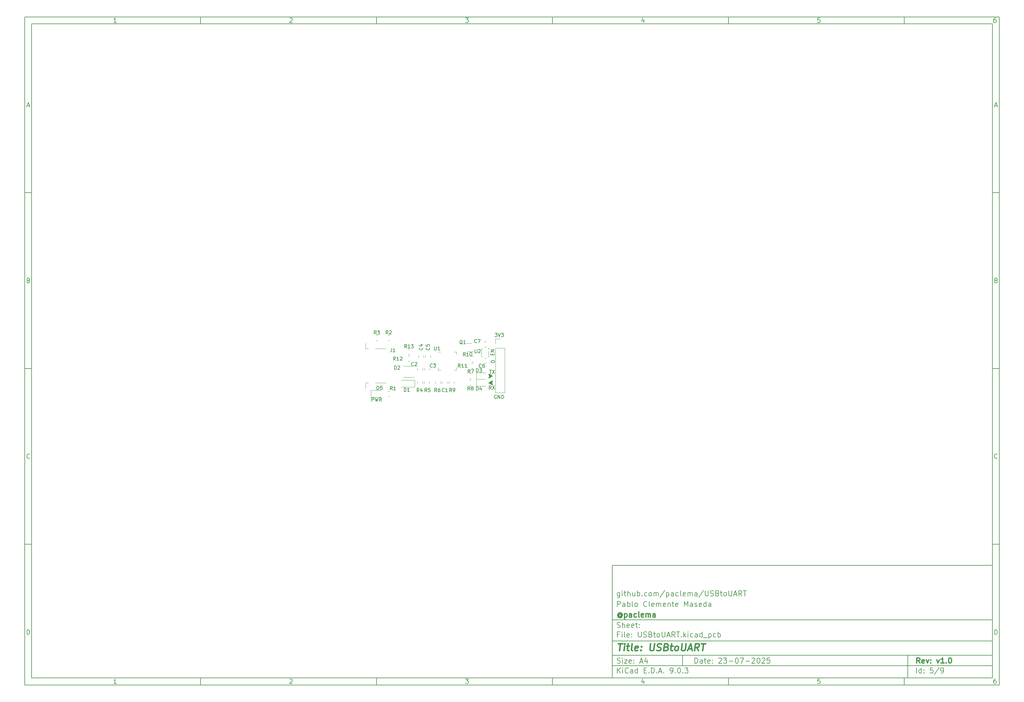
<source format=gto>
G04 #@! TF.GenerationSoftware,KiCad,Pcbnew,9.0.3*
G04 #@! TF.CreationDate,2025-07-24T11:03:05+02:00*
G04 #@! TF.ProjectId,USBtoUART,55534274-6f55-4415-9254-2e6b69636164,v1.0*
G04 #@! TF.SameCoordinates,Original*
G04 #@! TF.FileFunction,Legend,Top*
G04 #@! TF.FilePolarity,Positive*
%FSLAX46Y46*%
G04 Gerber Fmt 4.6, Leading zero omitted, Abs format (unit mm)*
G04 Created by KiCad (PCBNEW 9.0.3) date 2025-07-24 11:03:05*
%MOMM*%
%LPD*%
G01*
G04 APERTURE LIST*
%ADD10C,0.100000*%
%ADD11C,0.150000*%
%ADD12C,0.300000*%
%ADD13C,0.400000*%
%ADD14C,0.200000*%
%ADD15C,0.120000*%
G04 APERTURE END LIST*
D10*
D11*
X177002200Y-166007200D02*
X285002200Y-166007200D01*
X285002200Y-198007200D01*
X177002200Y-198007200D01*
X177002200Y-166007200D01*
D10*
D11*
X10000000Y-10000000D02*
X287002200Y-10000000D01*
X287002200Y-200007200D01*
X10000000Y-200007200D01*
X10000000Y-10000000D01*
D10*
D11*
X12000000Y-12000000D02*
X285002200Y-12000000D01*
X285002200Y-198007200D01*
X12000000Y-198007200D01*
X12000000Y-12000000D01*
D10*
D11*
X60000000Y-12000000D02*
X60000000Y-10000000D01*
D10*
D11*
X110000000Y-12000000D02*
X110000000Y-10000000D01*
D10*
D11*
X160000000Y-12000000D02*
X160000000Y-10000000D01*
D10*
D11*
X210000000Y-12000000D02*
X210000000Y-10000000D01*
D10*
D11*
X260000000Y-12000000D02*
X260000000Y-10000000D01*
D10*
D11*
X36089160Y-11593604D02*
X35346303Y-11593604D01*
X35717731Y-11593604D02*
X35717731Y-10293604D01*
X35717731Y-10293604D02*
X35593922Y-10479319D01*
X35593922Y-10479319D02*
X35470112Y-10603128D01*
X35470112Y-10603128D02*
X35346303Y-10665033D01*
D10*
D11*
X85346303Y-10417414D02*
X85408207Y-10355509D01*
X85408207Y-10355509D02*
X85532017Y-10293604D01*
X85532017Y-10293604D02*
X85841541Y-10293604D01*
X85841541Y-10293604D02*
X85965350Y-10355509D01*
X85965350Y-10355509D02*
X86027255Y-10417414D01*
X86027255Y-10417414D02*
X86089160Y-10541223D01*
X86089160Y-10541223D02*
X86089160Y-10665033D01*
X86089160Y-10665033D02*
X86027255Y-10850747D01*
X86027255Y-10850747D02*
X85284398Y-11593604D01*
X85284398Y-11593604D02*
X86089160Y-11593604D01*
D10*
D11*
X135284398Y-10293604D02*
X136089160Y-10293604D01*
X136089160Y-10293604D02*
X135655826Y-10788842D01*
X135655826Y-10788842D02*
X135841541Y-10788842D01*
X135841541Y-10788842D02*
X135965350Y-10850747D01*
X135965350Y-10850747D02*
X136027255Y-10912652D01*
X136027255Y-10912652D02*
X136089160Y-11036461D01*
X136089160Y-11036461D02*
X136089160Y-11345985D01*
X136089160Y-11345985D02*
X136027255Y-11469795D01*
X136027255Y-11469795D02*
X135965350Y-11531700D01*
X135965350Y-11531700D02*
X135841541Y-11593604D01*
X135841541Y-11593604D02*
X135470112Y-11593604D01*
X135470112Y-11593604D02*
X135346303Y-11531700D01*
X135346303Y-11531700D02*
X135284398Y-11469795D01*
D10*
D11*
X185965350Y-10726938D02*
X185965350Y-11593604D01*
X185655826Y-10231700D02*
X185346303Y-11160271D01*
X185346303Y-11160271D02*
X186151064Y-11160271D01*
D10*
D11*
X236027255Y-10293604D02*
X235408207Y-10293604D01*
X235408207Y-10293604D02*
X235346303Y-10912652D01*
X235346303Y-10912652D02*
X235408207Y-10850747D01*
X235408207Y-10850747D02*
X235532017Y-10788842D01*
X235532017Y-10788842D02*
X235841541Y-10788842D01*
X235841541Y-10788842D02*
X235965350Y-10850747D01*
X235965350Y-10850747D02*
X236027255Y-10912652D01*
X236027255Y-10912652D02*
X236089160Y-11036461D01*
X236089160Y-11036461D02*
X236089160Y-11345985D01*
X236089160Y-11345985D02*
X236027255Y-11469795D01*
X236027255Y-11469795D02*
X235965350Y-11531700D01*
X235965350Y-11531700D02*
X235841541Y-11593604D01*
X235841541Y-11593604D02*
X235532017Y-11593604D01*
X235532017Y-11593604D02*
X235408207Y-11531700D01*
X235408207Y-11531700D02*
X235346303Y-11469795D01*
D10*
D11*
X285965350Y-10293604D02*
X285717731Y-10293604D01*
X285717731Y-10293604D02*
X285593922Y-10355509D01*
X285593922Y-10355509D02*
X285532017Y-10417414D01*
X285532017Y-10417414D02*
X285408207Y-10603128D01*
X285408207Y-10603128D02*
X285346303Y-10850747D01*
X285346303Y-10850747D02*
X285346303Y-11345985D01*
X285346303Y-11345985D02*
X285408207Y-11469795D01*
X285408207Y-11469795D02*
X285470112Y-11531700D01*
X285470112Y-11531700D02*
X285593922Y-11593604D01*
X285593922Y-11593604D02*
X285841541Y-11593604D01*
X285841541Y-11593604D02*
X285965350Y-11531700D01*
X285965350Y-11531700D02*
X286027255Y-11469795D01*
X286027255Y-11469795D02*
X286089160Y-11345985D01*
X286089160Y-11345985D02*
X286089160Y-11036461D01*
X286089160Y-11036461D02*
X286027255Y-10912652D01*
X286027255Y-10912652D02*
X285965350Y-10850747D01*
X285965350Y-10850747D02*
X285841541Y-10788842D01*
X285841541Y-10788842D02*
X285593922Y-10788842D01*
X285593922Y-10788842D02*
X285470112Y-10850747D01*
X285470112Y-10850747D02*
X285408207Y-10912652D01*
X285408207Y-10912652D02*
X285346303Y-11036461D01*
D10*
D11*
X60000000Y-198007200D02*
X60000000Y-200007200D01*
D10*
D11*
X110000000Y-198007200D02*
X110000000Y-200007200D01*
D10*
D11*
X160000000Y-198007200D02*
X160000000Y-200007200D01*
D10*
D11*
X210000000Y-198007200D02*
X210000000Y-200007200D01*
D10*
D11*
X260000000Y-198007200D02*
X260000000Y-200007200D01*
D10*
D11*
X36089160Y-199600804D02*
X35346303Y-199600804D01*
X35717731Y-199600804D02*
X35717731Y-198300804D01*
X35717731Y-198300804D02*
X35593922Y-198486519D01*
X35593922Y-198486519D02*
X35470112Y-198610328D01*
X35470112Y-198610328D02*
X35346303Y-198672233D01*
D10*
D11*
X85346303Y-198424614D02*
X85408207Y-198362709D01*
X85408207Y-198362709D02*
X85532017Y-198300804D01*
X85532017Y-198300804D02*
X85841541Y-198300804D01*
X85841541Y-198300804D02*
X85965350Y-198362709D01*
X85965350Y-198362709D02*
X86027255Y-198424614D01*
X86027255Y-198424614D02*
X86089160Y-198548423D01*
X86089160Y-198548423D02*
X86089160Y-198672233D01*
X86089160Y-198672233D02*
X86027255Y-198857947D01*
X86027255Y-198857947D02*
X85284398Y-199600804D01*
X85284398Y-199600804D02*
X86089160Y-199600804D01*
D10*
D11*
X135284398Y-198300804D02*
X136089160Y-198300804D01*
X136089160Y-198300804D02*
X135655826Y-198796042D01*
X135655826Y-198796042D02*
X135841541Y-198796042D01*
X135841541Y-198796042D02*
X135965350Y-198857947D01*
X135965350Y-198857947D02*
X136027255Y-198919852D01*
X136027255Y-198919852D02*
X136089160Y-199043661D01*
X136089160Y-199043661D02*
X136089160Y-199353185D01*
X136089160Y-199353185D02*
X136027255Y-199476995D01*
X136027255Y-199476995D02*
X135965350Y-199538900D01*
X135965350Y-199538900D02*
X135841541Y-199600804D01*
X135841541Y-199600804D02*
X135470112Y-199600804D01*
X135470112Y-199600804D02*
X135346303Y-199538900D01*
X135346303Y-199538900D02*
X135284398Y-199476995D01*
D10*
D11*
X185965350Y-198734138D02*
X185965350Y-199600804D01*
X185655826Y-198238900D02*
X185346303Y-199167471D01*
X185346303Y-199167471D02*
X186151064Y-199167471D01*
D10*
D11*
X236027255Y-198300804D02*
X235408207Y-198300804D01*
X235408207Y-198300804D02*
X235346303Y-198919852D01*
X235346303Y-198919852D02*
X235408207Y-198857947D01*
X235408207Y-198857947D02*
X235532017Y-198796042D01*
X235532017Y-198796042D02*
X235841541Y-198796042D01*
X235841541Y-198796042D02*
X235965350Y-198857947D01*
X235965350Y-198857947D02*
X236027255Y-198919852D01*
X236027255Y-198919852D02*
X236089160Y-199043661D01*
X236089160Y-199043661D02*
X236089160Y-199353185D01*
X236089160Y-199353185D02*
X236027255Y-199476995D01*
X236027255Y-199476995D02*
X235965350Y-199538900D01*
X235965350Y-199538900D02*
X235841541Y-199600804D01*
X235841541Y-199600804D02*
X235532017Y-199600804D01*
X235532017Y-199600804D02*
X235408207Y-199538900D01*
X235408207Y-199538900D02*
X235346303Y-199476995D01*
D10*
D11*
X285965350Y-198300804D02*
X285717731Y-198300804D01*
X285717731Y-198300804D02*
X285593922Y-198362709D01*
X285593922Y-198362709D02*
X285532017Y-198424614D01*
X285532017Y-198424614D02*
X285408207Y-198610328D01*
X285408207Y-198610328D02*
X285346303Y-198857947D01*
X285346303Y-198857947D02*
X285346303Y-199353185D01*
X285346303Y-199353185D02*
X285408207Y-199476995D01*
X285408207Y-199476995D02*
X285470112Y-199538900D01*
X285470112Y-199538900D02*
X285593922Y-199600804D01*
X285593922Y-199600804D02*
X285841541Y-199600804D01*
X285841541Y-199600804D02*
X285965350Y-199538900D01*
X285965350Y-199538900D02*
X286027255Y-199476995D01*
X286027255Y-199476995D02*
X286089160Y-199353185D01*
X286089160Y-199353185D02*
X286089160Y-199043661D01*
X286089160Y-199043661D02*
X286027255Y-198919852D01*
X286027255Y-198919852D02*
X285965350Y-198857947D01*
X285965350Y-198857947D02*
X285841541Y-198796042D01*
X285841541Y-198796042D02*
X285593922Y-198796042D01*
X285593922Y-198796042D02*
X285470112Y-198857947D01*
X285470112Y-198857947D02*
X285408207Y-198919852D01*
X285408207Y-198919852D02*
X285346303Y-199043661D01*
D10*
D11*
X10000000Y-60000000D02*
X12000000Y-60000000D01*
D10*
D11*
X10000000Y-110000000D02*
X12000000Y-110000000D01*
D10*
D11*
X10000000Y-160000000D02*
X12000000Y-160000000D01*
D10*
D11*
X10690476Y-35222176D02*
X11309523Y-35222176D01*
X10566666Y-35593604D02*
X10999999Y-34293604D01*
X10999999Y-34293604D02*
X11433333Y-35593604D01*
D10*
D11*
X11092857Y-84912652D02*
X11278571Y-84974557D01*
X11278571Y-84974557D02*
X11340476Y-85036461D01*
X11340476Y-85036461D02*
X11402380Y-85160271D01*
X11402380Y-85160271D02*
X11402380Y-85345985D01*
X11402380Y-85345985D02*
X11340476Y-85469795D01*
X11340476Y-85469795D02*
X11278571Y-85531700D01*
X11278571Y-85531700D02*
X11154761Y-85593604D01*
X11154761Y-85593604D02*
X10659523Y-85593604D01*
X10659523Y-85593604D02*
X10659523Y-84293604D01*
X10659523Y-84293604D02*
X11092857Y-84293604D01*
X11092857Y-84293604D02*
X11216666Y-84355509D01*
X11216666Y-84355509D02*
X11278571Y-84417414D01*
X11278571Y-84417414D02*
X11340476Y-84541223D01*
X11340476Y-84541223D02*
X11340476Y-84665033D01*
X11340476Y-84665033D02*
X11278571Y-84788842D01*
X11278571Y-84788842D02*
X11216666Y-84850747D01*
X11216666Y-84850747D02*
X11092857Y-84912652D01*
X11092857Y-84912652D02*
X10659523Y-84912652D01*
D10*
D11*
X11402380Y-135469795D02*
X11340476Y-135531700D01*
X11340476Y-135531700D02*
X11154761Y-135593604D01*
X11154761Y-135593604D02*
X11030952Y-135593604D01*
X11030952Y-135593604D02*
X10845238Y-135531700D01*
X10845238Y-135531700D02*
X10721428Y-135407890D01*
X10721428Y-135407890D02*
X10659523Y-135284080D01*
X10659523Y-135284080D02*
X10597619Y-135036461D01*
X10597619Y-135036461D02*
X10597619Y-134850747D01*
X10597619Y-134850747D02*
X10659523Y-134603128D01*
X10659523Y-134603128D02*
X10721428Y-134479319D01*
X10721428Y-134479319D02*
X10845238Y-134355509D01*
X10845238Y-134355509D02*
X11030952Y-134293604D01*
X11030952Y-134293604D02*
X11154761Y-134293604D01*
X11154761Y-134293604D02*
X11340476Y-134355509D01*
X11340476Y-134355509D02*
X11402380Y-134417414D01*
D10*
D11*
X10659523Y-185593604D02*
X10659523Y-184293604D01*
X10659523Y-184293604D02*
X10969047Y-184293604D01*
X10969047Y-184293604D02*
X11154761Y-184355509D01*
X11154761Y-184355509D02*
X11278571Y-184479319D01*
X11278571Y-184479319D02*
X11340476Y-184603128D01*
X11340476Y-184603128D02*
X11402380Y-184850747D01*
X11402380Y-184850747D02*
X11402380Y-185036461D01*
X11402380Y-185036461D02*
X11340476Y-185284080D01*
X11340476Y-185284080D02*
X11278571Y-185407890D01*
X11278571Y-185407890D02*
X11154761Y-185531700D01*
X11154761Y-185531700D02*
X10969047Y-185593604D01*
X10969047Y-185593604D02*
X10659523Y-185593604D01*
D10*
D11*
X287002200Y-60000000D02*
X285002200Y-60000000D01*
D10*
D11*
X287002200Y-110000000D02*
X285002200Y-110000000D01*
D10*
D11*
X287002200Y-160000000D02*
X285002200Y-160000000D01*
D10*
D11*
X285692676Y-35222176D02*
X286311723Y-35222176D01*
X285568866Y-35593604D02*
X286002199Y-34293604D01*
X286002199Y-34293604D02*
X286435533Y-35593604D01*
D10*
D11*
X286095057Y-84912652D02*
X286280771Y-84974557D01*
X286280771Y-84974557D02*
X286342676Y-85036461D01*
X286342676Y-85036461D02*
X286404580Y-85160271D01*
X286404580Y-85160271D02*
X286404580Y-85345985D01*
X286404580Y-85345985D02*
X286342676Y-85469795D01*
X286342676Y-85469795D02*
X286280771Y-85531700D01*
X286280771Y-85531700D02*
X286156961Y-85593604D01*
X286156961Y-85593604D02*
X285661723Y-85593604D01*
X285661723Y-85593604D02*
X285661723Y-84293604D01*
X285661723Y-84293604D02*
X286095057Y-84293604D01*
X286095057Y-84293604D02*
X286218866Y-84355509D01*
X286218866Y-84355509D02*
X286280771Y-84417414D01*
X286280771Y-84417414D02*
X286342676Y-84541223D01*
X286342676Y-84541223D02*
X286342676Y-84665033D01*
X286342676Y-84665033D02*
X286280771Y-84788842D01*
X286280771Y-84788842D02*
X286218866Y-84850747D01*
X286218866Y-84850747D02*
X286095057Y-84912652D01*
X286095057Y-84912652D02*
X285661723Y-84912652D01*
D10*
D11*
X286404580Y-135469795D02*
X286342676Y-135531700D01*
X286342676Y-135531700D02*
X286156961Y-135593604D01*
X286156961Y-135593604D02*
X286033152Y-135593604D01*
X286033152Y-135593604D02*
X285847438Y-135531700D01*
X285847438Y-135531700D02*
X285723628Y-135407890D01*
X285723628Y-135407890D02*
X285661723Y-135284080D01*
X285661723Y-135284080D02*
X285599819Y-135036461D01*
X285599819Y-135036461D02*
X285599819Y-134850747D01*
X285599819Y-134850747D02*
X285661723Y-134603128D01*
X285661723Y-134603128D02*
X285723628Y-134479319D01*
X285723628Y-134479319D02*
X285847438Y-134355509D01*
X285847438Y-134355509D02*
X286033152Y-134293604D01*
X286033152Y-134293604D02*
X286156961Y-134293604D01*
X286156961Y-134293604D02*
X286342676Y-134355509D01*
X286342676Y-134355509D02*
X286404580Y-134417414D01*
D10*
D11*
X285661723Y-185593604D02*
X285661723Y-184293604D01*
X285661723Y-184293604D02*
X285971247Y-184293604D01*
X285971247Y-184293604D02*
X286156961Y-184355509D01*
X286156961Y-184355509D02*
X286280771Y-184479319D01*
X286280771Y-184479319D02*
X286342676Y-184603128D01*
X286342676Y-184603128D02*
X286404580Y-184850747D01*
X286404580Y-184850747D02*
X286404580Y-185036461D01*
X286404580Y-185036461D02*
X286342676Y-185284080D01*
X286342676Y-185284080D02*
X286280771Y-185407890D01*
X286280771Y-185407890D02*
X286156961Y-185531700D01*
X286156961Y-185531700D02*
X285971247Y-185593604D01*
X285971247Y-185593604D02*
X285661723Y-185593604D01*
D10*
D11*
X200458026Y-193793328D02*
X200458026Y-192293328D01*
X200458026Y-192293328D02*
X200815169Y-192293328D01*
X200815169Y-192293328D02*
X201029455Y-192364757D01*
X201029455Y-192364757D02*
X201172312Y-192507614D01*
X201172312Y-192507614D02*
X201243741Y-192650471D01*
X201243741Y-192650471D02*
X201315169Y-192936185D01*
X201315169Y-192936185D02*
X201315169Y-193150471D01*
X201315169Y-193150471D02*
X201243741Y-193436185D01*
X201243741Y-193436185D02*
X201172312Y-193579042D01*
X201172312Y-193579042D02*
X201029455Y-193721900D01*
X201029455Y-193721900D02*
X200815169Y-193793328D01*
X200815169Y-193793328D02*
X200458026Y-193793328D01*
X202600884Y-193793328D02*
X202600884Y-193007614D01*
X202600884Y-193007614D02*
X202529455Y-192864757D01*
X202529455Y-192864757D02*
X202386598Y-192793328D01*
X202386598Y-192793328D02*
X202100884Y-192793328D01*
X202100884Y-192793328D02*
X201958026Y-192864757D01*
X202600884Y-193721900D02*
X202458026Y-193793328D01*
X202458026Y-193793328D02*
X202100884Y-193793328D01*
X202100884Y-193793328D02*
X201958026Y-193721900D01*
X201958026Y-193721900D02*
X201886598Y-193579042D01*
X201886598Y-193579042D02*
X201886598Y-193436185D01*
X201886598Y-193436185D02*
X201958026Y-193293328D01*
X201958026Y-193293328D02*
X202100884Y-193221900D01*
X202100884Y-193221900D02*
X202458026Y-193221900D01*
X202458026Y-193221900D02*
X202600884Y-193150471D01*
X203100884Y-192793328D02*
X203672312Y-192793328D01*
X203315169Y-192293328D02*
X203315169Y-193579042D01*
X203315169Y-193579042D02*
X203386598Y-193721900D01*
X203386598Y-193721900D02*
X203529455Y-193793328D01*
X203529455Y-193793328D02*
X203672312Y-193793328D01*
X204743741Y-193721900D02*
X204600884Y-193793328D01*
X204600884Y-193793328D02*
X204315170Y-193793328D01*
X204315170Y-193793328D02*
X204172312Y-193721900D01*
X204172312Y-193721900D02*
X204100884Y-193579042D01*
X204100884Y-193579042D02*
X204100884Y-193007614D01*
X204100884Y-193007614D02*
X204172312Y-192864757D01*
X204172312Y-192864757D02*
X204315170Y-192793328D01*
X204315170Y-192793328D02*
X204600884Y-192793328D01*
X204600884Y-192793328D02*
X204743741Y-192864757D01*
X204743741Y-192864757D02*
X204815170Y-193007614D01*
X204815170Y-193007614D02*
X204815170Y-193150471D01*
X204815170Y-193150471D02*
X204100884Y-193293328D01*
X205458026Y-193650471D02*
X205529455Y-193721900D01*
X205529455Y-193721900D02*
X205458026Y-193793328D01*
X205458026Y-193793328D02*
X205386598Y-193721900D01*
X205386598Y-193721900D02*
X205458026Y-193650471D01*
X205458026Y-193650471D02*
X205458026Y-193793328D01*
X205458026Y-192864757D02*
X205529455Y-192936185D01*
X205529455Y-192936185D02*
X205458026Y-193007614D01*
X205458026Y-193007614D02*
X205386598Y-192936185D01*
X205386598Y-192936185D02*
X205458026Y-192864757D01*
X205458026Y-192864757D02*
X205458026Y-193007614D01*
X207243741Y-192436185D02*
X207315169Y-192364757D01*
X207315169Y-192364757D02*
X207458027Y-192293328D01*
X207458027Y-192293328D02*
X207815169Y-192293328D01*
X207815169Y-192293328D02*
X207958027Y-192364757D01*
X207958027Y-192364757D02*
X208029455Y-192436185D01*
X208029455Y-192436185D02*
X208100884Y-192579042D01*
X208100884Y-192579042D02*
X208100884Y-192721900D01*
X208100884Y-192721900D02*
X208029455Y-192936185D01*
X208029455Y-192936185D02*
X207172312Y-193793328D01*
X207172312Y-193793328D02*
X208100884Y-193793328D01*
X208600883Y-192293328D02*
X209529455Y-192293328D01*
X209529455Y-192293328D02*
X209029455Y-192864757D01*
X209029455Y-192864757D02*
X209243740Y-192864757D01*
X209243740Y-192864757D02*
X209386598Y-192936185D01*
X209386598Y-192936185D02*
X209458026Y-193007614D01*
X209458026Y-193007614D02*
X209529455Y-193150471D01*
X209529455Y-193150471D02*
X209529455Y-193507614D01*
X209529455Y-193507614D02*
X209458026Y-193650471D01*
X209458026Y-193650471D02*
X209386598Y-193721900D01*
X209386598Y-193721900D02*
X209243740Y-193793328D01*
X209243740Y-193793328D02*
X208815169Y-193793328D01*
X208815169Y-193793328D02*
X208672312Y-193721900D01*
X208672312Y-193721900D02*
X208600883Y-193650471D01*
X210172311Y-193221900D02*
X211315169Y-193221900D01*
X212315169Y-192293328D02*
X212458026Y-192293328D01*
X212458026Y-192293328D02*
X212600883Y-192364757D01*
X212600883Y-192364757D02*
X212672312Y-192436185D01*
X212672312Y-192436185D02*
X212743740Y-192579042D01*
X212743740Y-192579042D02*
X212815169Y-192864757D01*
X212815169Y-192864757D02*
X212815169Y-193221900D01*
X212815169Y-193221900D02*
X212743740Y-193507614D01*
X212743740Y-193507614D02*
X212672312Y-193650471D01*
X212672312Y-193650471D02*
X212600883Y-193721900D01*
X212600883Y-193721900D02*
X212458026Y-193793328D01*
X212458026Y-193793328D02*
X212315169Y-193793328D01*
X212315169Y-193793328D02*
X212172312Y-193721900D01*
X212172312Y-193721900D02*
X212100883Y-193650471D01*
X212100883Y-193650471D02*
X212029454Y-193507614D01*
X212029454Y-193507614D02*
X211958026Y-193221900D01*
X211958026Y-193221900D02*
X211958026Y-192864757D01*
X211958026Y-192864757D02*
X212029454Y-192579042D01*
X212029454Y-192579042D02*
X212100883Y-192436185D01*
X212100883Y-192436185D02*
X212172312Y-192364757D01*
X212172312Y-192364757D02*
X212315169Y-192293328D01*
X213315168Y-192293328D02*
X214315168Y-192293328D01*
X214315168Y-192293328D02*
X213672311Y-193793328D01*
X214886596Y-193221900D02*
X216029454Y-193221900D01*
X216672311Y-192436185D02*
X216743739Y-192364757D01*
X216743739Y-192364757D02*
X216886597Y-192293328D01*
X216886597Y-192293328D02*
X217243739Y-192293328D01*
X217243739Y-192293328D02*
X217386597Y-192364757D01*
X217386597Y-192364757D02*
X217458025Y-192436185D01*
X217458025Y-192436185D02*
X217529454Y-192579042D01*
X217529454Y-192579042D02*
X217529454Y-192721900D01*
X217529454Y-192721900D02*
X217458025Y-192936185D01*
X217458025Y-192936185D02*
X216600882Y-193793328D01*
X216600882Y-193793328D02*
X217529454Y-193793328D01*
X218458025Y-192293328D02*
X218600882Y-192293328D01*
X218600882Y-192293328D02*
X218743739Y-192364757D01*
X218743739Y-192364757D02*
X218815168Y-192436185D01*
X218815168Y-192436185D02*
X218886596Y-192579042D01*
X218886596Y-192579042D02*
X218958025Y-192864757D01*
X218958025Y-192864757D02*
X218958025Y-193221900D01*
X218958025Y-193221900D02*
X218886596Y-193507614D01*
X218886596Y-193507614D02*
X218815168Y-193650471D01*
X218815168Y-193650471D02*
X218743739Y-193721900D01*
X218743739Y-193721900D02*
X218600882Y-193793328D01*
X218600882Y-193793328D02*
X218458025Y-193793328D01*
X218458025Y-193793328D02*
X218315168Y-193721900D01*
X218315168Y-193721900D02*
X218243739Y-193650471D01*
X218243739Y-193650471D02*
X218172310Y-193507614D01*
X218172310Y-193507614D02*
X218100882Y-193221900D01*
X218100882Y-193221900D02*
X218100882Y-192864757D01*
X218100882Y-192864757D02*
X218172310Y-192579042D01*
X218172310Y-192579042D02*
X218243739Y-192436185D01*
X218243739Y-192436185D02*
X218315168Y-192364757D01*
X218315168Y-192364757D02*
X218458025Y-192293328D01*
X219529453Y-192436185D02*
X219600881Y-192364757D01*
X219600881Y-192364757D02*
X219743739Y-192293328D01*
X219743739Y-192293328D02*
X220100881Y-192293328D01*
X220100881Y-192293328D02*
X220243739Y-192364757D01*
X220243739Y-192364757D02*
X220315167Y-192436185D01*
X220315167Y-192436185D02*
X220386596Y-192579042D01*
X220386596Y-192579042D02*
X220386596Y-192721900D01*
X220386596Y-192721900D02*
X220315167Y-192936185D01*
X220315167Y-192936185D02*
X219458024Y-193793328D01*
X219458024Y-193793328D02*
X220386596Y-193793328D01*
X221743738Y-192293328D02*
X221029452Y-192293328D01*
X221029452Y-192293328D02*
X220958024Y-193007614D01*
X220958024Y-193007614D02*
X221029452Y-192936185D01*
X221029452Y-192936185D02*
X221172310Y-192864757D01*
X221172310Y-192864757D02*
X221529452Y-192864757D01*
X221529452Y-192864757D02*
X221672310Y-192936185D01*
X221672310Y-192936185D02*
X221743738Y-193007614D01*
X221743738Y-193007614D02*
X221815167Y-193150471D01*
X221815167Y-193150471D02*
X221815167Y-193507614D01*
X221815167Y-193507614D02*
X221743738Y-193650471D01*
X221743738Y-193650471D02*
X221672310Y-193721900D01*
X221672310Y-193721900D02*
X221529452Y-193793328D01*
X221529452Y-193793328D02*
X221172310Y-193793328D01*
X221172310Y-193793328D02*
X221029452Y-193721900D01*
X221029452Y-193721900D02*
X220958024Y-193650471D01*
D10*
D11*
X177002200Y-194507200D02*
X285002200Y-194507200D01*
D10*
D11*
X178458026Y-196593328D02*
X178458026Y-195093328D01*
X179315169Y-196593328D02*
X178672312Y-195736185D01*
X179315169Y-195093328D02*
X178458026Y-195950471D01*
X179958026Y-196593328D02*
X179958026Y-195593328D01*
X179958026Y-195093328D02*
X179886598Y-195164757D01*
X179886598Y-195164757D02*
X179958026Y-195236185D01*
X179958026Y-195236185D02*
X180029455Y-195164757D01*
X180029455Y-195164757D02*
X179958026Y-195093328D01*
X179958026Y-195093328D02*
X179958026Y-195236185D01*
X181529455Y-196450471D02*
X181458027Y-196521900D01*
X181458027Y-196521900D02*
X181243741Y-196593328D01*
X181243741Y-196593328D02*
X181100884Y-196593328D01*
X181100884Y-196593328D02*
X180886598Y-196521900D01*
X180886598Y-196521900D02*
X180743741Y-196379042D01*
X180743741Y-196379042D02*
X180672312Y-196236185D01*
X180672312Y-196236185D02*
X180600884Y-195950471D01*
X180600884Y-195950471D02*
X180600884Y-195736185D01*
X180600884Y-195736185D02*
X180672312Y-195450471D01*
X180672312Y-195450471D02*
X180743741Y-195307614D01*
X180743741Y-195307614D02*
X180886598Y-195164757D01*
X180886598Y-195164757D02*
X181100884Y-195093328D01*
X181100884Y-195093328D02*
X181243741Y-195093328D01*
X181243741Y-195093328D02*
X181458027Y-195164757D01*
X181458027Y-195164757D02*
X181529455Y-195236185D01*
X182815170Y-196593328D02*
X182815170Y-195807614D01*
X182815170Y-195807614D02*
X182743741Y-195664757D01*
X182743741Y-195664757D02*
X182600884Y-195593328D01*
X182600884Y-195593328D02*
X182315170Y-195593328D01*
X182315170Y-195593328D02*
X182172312Y-195664757D01*
X182815170Y-196521900D02*
X182672312Y-196593328D01*
X182672312Y-196593328D02*
X182315170Y-196593328D01*
X182315170Y-196593328D02*
X182172312Y-196521900D01*
X182172312Y-196521900D02*
X182100884Y-196379042D01*
X182100884Y-196379042D02*
X182100884Y-196236185D01*
X182100884Y-196236185D02*
X182172312Y-196093328D01*
X182172312Y-196093328D02*
X182315170Y-196021900D01*
X182315170Y-196021900D02*
X182672312Y-196021900D01*
X182672312Y-196021900D02*
X182815170Y-195950471D01*
X184172313Y-196593328D02*
X184172313Y-195093328D01*
X184172313Y-196521900D02*
X184029455Y-196593328D01*
X184029455Y-196593328D02*
X183743741Y-196593328D01*
X183743741Y-196593328D02*
X183600884Y-196521900D01*
X183600884Y-196521900D02*
X183529455Y-196450471D01*
X183529455Y-196450471D02*
X183458027Y-196307614D01*
X183458027Y-196307614D02*
X183458027Y-195879042D01*
X183458027Y-195879042D02*
X183529455Y-195736185D01*
X183529455Y-195736185D02*
X183600884Y-195664757D01*
X183600884Y-195664757D02*
X183743741Y-195593328D01*
X183743741Y-195593328D02*
X184029455Y-195593328D01*
X184029455Y-195593328D02*
X184172313Y-195664757D01*
X186029455Y-195807614D02*
X186529455Y-195807614D01*
X186743741Y-196593328D02*
X186029455Y-196593328D01*
X186029455Y-196593328D02*
X186029455Y-195093328D01*
X186029455Y-195093328D02*
X186743741Y-195093328D01*
X187386598Y-196450471D02*
X187458027Y-196521900D01*
X187458027Y-196521900D02*
X187386598Y-196593328D01*
X187386598Y-196593328D02*
X187315170Y-196521900D01*
X187315170Y-196521900D02*
X187386598Y-196450471D01*
X187386598Y-196450471D02*
X187386598Y-196593328D01*
X188100884Y-196593328D02*
X188100884Y-195093328D01*
X188100884Y-195093328D02*
X188458027Y-195093328D01*
X188458027Y-195093328D02*
X188672313Y-195164757D01*
X188672313Y-195164757D02*
X188815170Y-195307614D01*
X188815170Y-195307614D02*
X188886599Y-195450471D01*
X188886599Y-195450471D02*
X188958027Y-195736185D01*
X188958027Y-195736185D02*
X188958027Y-195950471D01*
X188958027Y-195950471D02*
X188886599Y-196236185D01*
X188886599Y-196236185D02*
X188815170Y-196379042D01*
X188815170Y-196379042D02*
X188672313Y-196521900D01*
X188672313Y-196521900D02*
X188458027Y-196593328D01*
X188458027Y-196593328D02*
X188100884Y-196593328D01*
X189600884Y-196450471D02*
X189672313Y-196521900D01*
X189672313Y-196521900D02*
X189600884Y-196593328D01*
X189600884Y-196593328D02*
X189529456Y-196521900D01*
X189529456Y-196521900D02*
X189600884Y-196450471D01*
X189600884Y-196450471D02*
X189600884Y-196593328D01*
X190243742Y-196164757D02*
X190958028Y-196164757D01*
X190100885Y-196593328D02*
X190600885Y-195093328D01*
X190600885Y-195093328D02*
X191100885Y-196593328D01*
X191600884Y-196450471D02*
X191672313Y-196521900D01*
X191672313Y-196521900D02*
X191600884Y-196593328D01*
X191600884Y-196593328D02*
X191529456Y-196521900D01*
X191529456Y-196521900D02*
X191600884Y-196450471D01*
X191600884Y-196450471D02*
X191600884Y-196593328D01*
X193529456Y-196593328D02*
X193815170Y-196593328D01*
X193815170Y-196593328D02*
X193958027Y-196521900D01*
X193958027Y-196521900D02*
X194029456Y-196450471D01*
X194029456Y-196450471D02*
X194172313Y-196236185D01*
X194172313Y-196236185D02*
X194243742Y-195950471D01*
X194243742Y-195950471D02*
X194243742Y-195379042D01*
X194243742Y-195379042D02*
X194172313Y-195236185D01*
X194172313Y-195236185D02*
X194100885Y-195164757D01*
X194100885Y-195164757D02*
X193958027Y-195093328D01*
X193958027Y-195093328D02*
X193672313Y-195093328D01*
X193672313Y-195093328D02*
X193529456Y-195164757D01*
X193529456Y-195164757D02*
X193458027Y-195236185D01*
X193458027Y-195236185D02*
X193386599Y-195379042D01*
X193386599Y-195379042D02*
X193386599Y-195736185D01*
X193386599Y-195736185D02*
X193458027Y-195879042D01*
X193458027Y-195879042D02*
X193529456Y-195950471D01*
X193529456Y-195950471D02*
X193672313Y-196021900D01*
X193672313Y-196021900D02*
X193958027Y-196021900D01*
X193958027Y-196021900D02*
X194100885Y-195950471D01*
X194100885Y-195950471D02*
X194172313Y-195879042D01*
X194172313Y-195879042D02*
X194243742Y-195736185D01*
X194886598Y-196450471D02*
X194958027Y-196521900D01*
X194958027Y-196521900D02*
X194886598Y-196593328D01*
X194886598Y-196593328D02*
X194815170Y-196521900D01*
X194815170Y-196521900D02*
X194886598Y-196450471D01*
X194886598Y-196450471D02*
X194886598Y-196593328D01*
X195886599Y-195093328D02*
X196029456Y-195093328D01*
X196029456Y-195093328D02*
X196172313Y-195164757D01*
X196172313Y-195164757D02*
X196243742Y-195236185D01*
X196243742Y-195236185D02*
X196315170Y-195379042D01*
X196315170Y-195379042D02*
X196386599Y-195664757D01*
X196386599Y-195664757D02*
X196386599Y-196021900D01*
X196386599Y-196021900D02*
X196315170Y-196307614D01*
X196315170Y-196307614D02*
X196243742Y-196450471D01*
X196243742Y-196450471D02*
X196172313Y-196521900D01*
X196172313Y-196521900D02*
X196029456Y-196593328D01*
X196029456Y-196593328D02*
X195886599Y-196593328D01*
X195886599Y-196593328D02*
X195743742Y-196521900D01*
X195743742Y-196521900D02*
X195672313Y-196450471D01*
X195672313Y-196450471D02*
X195600884Y-196307614D01*
X195600884Y-196307614D02*
X195529456Y-196021900D01*
X195529456Y-196021900D02*
X195529456Y-195664757D01*
X195529456Y-195664757D02*
X195600884Y-195379042D01*
X195600884Y-195379042D02*
X195672313Y-195236185D01*
X195672313Y-195236185D02*
X195743742Y-195164757D01*
X195743742Y-195164757D02*
X195886599Y-195093328D01*
X197029455Y-196450471D02*
X197100884Y-196521900D01*
X197100884Y-196521900D02*
X197029455Y-196593328D01*
X197029455Y-196593328D02*
X196958027Y-196521900D01*
X196958027Y-196521900D02*
X197029455Y-196450471D01*
X197029455Y-196450471D02*
X197029455Y-196593328D01*
X197600884Y-195093328D02*
X198529456Y-195093328D01*
X198529456Y-195093328D02*
X198029456Y-195664757D01*
X198029456Y-195664757D02*
X198243741Y-195664757D01*
X198243741Y-195664757D02*
X198386599Y-195736185D01*
X198386599Y-195736185D02*
X198458027Y-195807614D01*
X198458027Y-195807614D02*
X198529456Y-195950471D01*
X198529456Y-195950471D02*
X198529456Y-196307614D01*
X198529456Y-196307614D02*
X198458027Y-196450471D01*
X198458027Y-196450471D02*
X198386599Y-196521900D01*
X198386599Y-196521900D02*
X198243741Y-196593328D01*
X198243741Y-196593328D02*
X197815170Y-196593328D01*
X197815170Y-196593328D02*
X197672313Y-196521900D01*
X197672313Y-196521900D02*
X197600884Y-196450471D01*
D10*
D11*
X177002200Y-191507200D02*
X285002200Y-191507200D01*
D10*
D12*
X264413853Y-193785528D02*
X263913853Y-193071242D01*
X263556710Y-193785528D02*
X263556710Y-192285528D01*
X263556710Y-192285528D02*
X264128139Y-192285528D01*
X264128139Y-192285528D02*
X264270996Y-192356957D01*
X264270996Y-192356957D02*
X264342425Y-192428385D01*
X264342425Y-192428385D02*
X264413853Y-192571242D01*
X264413853Y-192571242D02*
X264413853Y-192785528D01*
X264413853Y-192785528D02*
X264342425Y-192928385D01*
X264342425Y-192928385D02*
X264270996Y-192999814D01*
X264270996Y-192999814D02*
X264128139Y-193071242D01*
X264128139Y-193071242D02*
X263556710Y-193071242D01*
X265628139Y-193714100D02*
X265485282Y-193785528D01*
X265485282Y-193785528D02*
X265199568Y-193785528D01*
X265199568Y-193785528D02*
X265056710Y-193714100D01*
X265056710Y-193714100D02*
X264985282Y-193571242D01*
X264985282Y-193571242D02*
X264985282Y-192999814D01*
X264985282Y-192999814D02*
X265056710Y-192856957D01*
X265056710Y-192856957D02*
X265199568Y-192785528D01*
X265199568Y-192785528D02*
X265485282Y-192785528D01*
X265485282Y-192785528D02*
X265628139Y-192856957D01*
X265628139Y-192856957D02*
X265699568Y-192999814D01*
X265699568Y-192999814D02*
X265699568Y-193142671D01*
X265699568Y-193142671D02*
X264985282Y-193285528D01*
X266199567Y-192785528D02*
X266556710Y-193785528D01*
X266556710Y-193785528D02*
X266913853Y-192785528D01*
X267485281Y-193642671D02*
X267556710Y-193714100D01*
X267556710Y-193714100D02*
X267485281Y-193785528D01*
X267485281Y-193785528D02*
X267413853Y-193714100D01*
X267413853Y-193714100D02*
X267485281Y-193642671D01*
X267485281Y-193642671D02*
X267485281Y-193785528D01*
X267485281Y-192856957D02*
X267556710Y-192928385D01*
X267556710Y-192928385D02*
X267485281Y-192999814D01*
X267485281Y-192999814D02*
X267413853Y-192928385D01*
X267413853Y-192928385D02*
X267485281Y-192856957D01*
X267485281Y-192856957D02*
X267485281Y-192999814D01*
X269199567Y-192785528D02*
X269556710Y-193785528D01*
X269556710Y-193785528D02*
X269913853Y-192785528D01*
X271270996Y-193785528D02*
X270413853Y-193785528D01*
X270842424Y-193785528D02*
X270842424Y-192285528D01*
X270842424Y-192285528D02*
X270699567Y-192499814D01*
X270699567Y-192499814D02*
X270556710Y-192642671D01*
X270556710Y-192642671D02*
X270413853Y-192714100D01*
X271913852Y-193642671D02*
X271985281Y-193714100D01*
X271985281Y-193714100D02*
X271913852Y-193785528D01*
X271913852Y-193785528D02*
X271842424Y-193714100D01*
X271842424Y-193714100D02*
X271913852Y-193642671D01*
X271913852Y-193642671D02*
X271913852Y-193785528D01*
X272913853Y-192285528D02*
X273056710Y-192285528D01*
X273056710Y-192285528D02*
X273199567Y-192356957D01*
X273199567Y-192356957D02*
X273270996Y-192428385D01*
X273270996Y-192428385D02*
X273342424Y-192571242D01*
X273342424Y-192571242D02*
X273413853Y-192856957D01*
X273413853Y-192856957D02*
X273413853Y-193214100D01*
X273413853Y-193214100D02*
X273342424Y-193499814D01*
X273342424Y-193499814D02*
X273270996Y-193642671D01*
X273270996Y-193642671D02*
X273199567Y-193714100D01*
X273199567Y-193714100D02*
X273056710Y-193785528D01*
X273056710Y-193785528D02*
X272913853Y-193785528D01*
X272913853Y-193785528D02*
X272770996Y-193714100D01*
X272770996Y-193714100D02*
X272699567Y-193642671D01*
X272699567Y-193642671D02*
X272628138Y-193499814D01*
X272628138Y-193499814D02*
X272556710Y-193214100D01*
X272556710Y-193214100D02*
X272556710Y-192856957D01*
X272556710Y-192856957D02*
X272628138Y-192571242D01*
X272628138Y-192571242D02*
X272699567Y-192428385D01*
X272699567Y-192428385D02*
X272770996Y-192356957D01*
X272770996Y-192356957D02*
X272913853Y-192285528D01*
D10*
D11*
X178386598Y-193721900D02*
X178600884Y-193793328D01*
X178600884Y-193793328D02*
X178958026Y-193793328D01*
X178958026Y-193793328D02*
X179100884Y-193721900D01*
X179100884Y-193721900D02*
X179172312Y-193650471D01*
X179172312Y-193650471D02*
X179243741Y-193507614D01*
X179243741Y-193507614D02*
X179243741Y-193364757D01*
X179243741Y-193364757D02*
X179172312Y-193221900D01*
X179172312Y-193221900D02*
X179100884Y-193150471D01*
X179100884Y-193150471D02*
X178958026Y-193079042D01*
X178958026Y-193079042D02*
X178672312Y-193007614D01*
X178672312Y-193007614D02*
X178529455Y-192936185D01*
X178529455Y-192936185D02*
X178458026Y-192864757D01*
X178458026Y-192864757D02*
X178386598Y-192721900D01*
X178386598Y-192721900D02*
X178386598Y-192579042D01*
X178386598Y-192579042D02*
X178458026Y-192436185D01*
X178458026Y-192436185D02*
X178529455Y-192364757D01*
X178529455Y-192364757D02*
X178672312Y-192293328D01*
X178672312Y-192293328D02*
X179029455Y-192293328D01*
X179029455Y-192293328D02*
X179243741Y-192364757D01*
X179886597Y-193793328D02*
X179886597Y-192793328D01*
X179886597Y-192293328D02*
X179815169Y-192364757D01*
X179815169Y-192364757D02*
X179886597Y-192436185D01*
X179886597Y-192436185D02*
X179958026Y-192364757D01*
X179958026Y-192364757D02*
X179886597Y-192293328D01*
X179886597Y-192293328D02*
X179886597Y-192436185D01*
X180458026Y-192793328D02*
X181243741Y-192793328D01*
X181243741Y-192793328D02*
X180458026Y-193793328D01*
X180458026Y-193793328D02*
X181243741Y-193793328D01*
X182386598Y-193721900D02*
X182243741Y-193793328D01*
X182243741Y-193793328D02*
X181958027Y-193793328D01*
X181958027Y-193793328D02*
X181815169Y-193721900D01*
X181815169Y-193721900D02*
X181743741Y-193579042D01*
X181743741Y-193579042D02*
X181743741Y-193007614D01*
X181743741Y-193007614D02*
X181815169Y-192864757D01*
X181815169Y-192864757D02*
X181958027Y-192793328D01*
X181958027Y-192793328D02*
X182243741Y-192793328D01*
X182243741Y-192793328D02*
X182386598Y-192864757D01*
X182386598Y-192864757D02*
X182458027Y-193007614D01*
X182458027Y-193007614D02*
X182458027Y-193150471D01*
X182458027Y-193150471D02*
X181743741Y-193293328D01*
X183100883Y-193650471D02*
X183172312Y-193721900D01*
X183172312Y-193721900D02*
X183100883Y-193793328D01*
X183100883Y-193793328D02*
X183029455Y-193721900D01*
X183029455Y-193721900D02*
X183100883Y-193650471D01*
X183100883Y-193650471D02*
X183100883Y-193793328D01*
X183100883Y-192864757D02*
X183172312Y-192936185D01*
X183172312Y-192936185D02*
X183100883Y-193007614D01*
X183100883Y-193007614D02*
X183029455Y-192936185D01*
X183029455Y-192936185D02*
X183100883Y-192864757D01*
X183100883Y-192864757D02*
X183100883Y-193007614D01*
X184886598Y-193364757D02*
X185600884Y-193364757D01*
X184743741Y-193793328D02*
X185243741Y-192293328D01*
X185243741Y-192293328D02*
X185743741Y-193793328D01*
X186886598Y-192793328D02*
X186886598Y-193793328D01*
X186529455Y-192221900D02*
X186172312Y-193293328D01*
X186172312Y-193293328D02*
X187100883Y-193293328D01*
D10*
D11*
X263458026Y-196593328D02*
X263458026Y-195093328D01*
X264815170Y-196593328D02*
X264815170Y-195093328D01*
X264815170Y-196521900D02*
X264672312Y-196593328D01*
X264672312Y-196593328D02*
X264386598Y-196593328D01*
X264386598Y-196593328D02*
X264243741Y-196521900D01*
X264243741Y-196521900D02*
X264172312Y-196450471D01*
X264172312Y-196450471D02*
X264100884Y-196307614D01*
X264100884Y-196307614D02*
X264100884Y-195879042D01*
X264100884Y-195879042D02*
X264172312Y-195736185D01*
X264172312Y-195736185D02*
X264243741Y-195664757D01*
X264243741Y-195664757D02*
X264386598Y-195593328D01*
X264386598Y-195593328D02*
X264672312Y-195593328D01*
X264672312Y-195593328D02*
X264815170Y-195664757D01*
X265529455Y-196450471D02*
X265600884Y-196521900D01*
X265600884Y-196521900D02*
X265529455Y-196593328D01*
X265529455Y-196593328D02*
X265458027Y-196521900D01*
X265458027Y-196521900D02*
X265529455Y-196450471D01*
X265529455Y-196450471D02*
X265529455Y-196593328D01*
X265529455Y-195664757D02*
X265600884Y-195736185D01*
X265600884Y-195736185D02*
X265529455Y-195807614D01*
X265529455Y-195807614D02*
X265458027Y-195736185D01*
X265458027Y-195736185D02*
X265529455Y-195664757D01*
X265529455Y-195664757D02*
X265529455Y-195807614D01*
X268100884Y-195093328D02*
X267386598Y-195093328D01*
X267386598Y-195093328D02*
X267315170Y-195807614D01*
X267315170Y-195807614D02*
X267386598Y-195736185D01*
X267386598Y-195736185D02*
X267529456Y-195664757D01*
X267529456Y-195664757D02*
X267886598Y-195664757D01*
X267886598Y-195664757D02*
X268029456Y-195736185D01*
X268029456Y-195736185D02*
X268100884Y-195807614D01*
X268100884Y-195807614D02*
X268172313Y-195950471D01*
X268172313Y-195950471D02*
X268172313Y-196307614D01*
X268172313Y-196307614D02*
X268100884Y-196450471D01*
X268100884Y-196450471D02*
X268029456Y-196521900D01*
X268029456Y-196521900D02*
X267886598Y-196593328D01*
X267886598Y-196593328D02*
X267529456Y-196593328D01*
X267529456Y-196593328D02*
X267386598Y-196521900D01*
X267386598Y-196521900D02*
X267315170Y-196450471D01*
X269886598Y-195021900D02*
X268600884Y-196950471D01*
X270458027Y-196593328D02*
X270743741Y-196593328D01*
X270743741Y-196593328D02*
X270886598Y-196521900D01*
X270886598Y-196521900D02*
X270958027Y-196450471D01*
X270958027Y-196450471D02*
X271100884Y-196236185D01*
X271100884Y-196236185D02*
X271172313Y-195950471D01*
X271172313Y-195950471D02*
X271172313Y-195379042D01*
X271172313Y-195379042D02*
X271100884Y-195236185D01*
X271100884Y-195236185D02*
X271029456Y-195164757D01*
X271029456Y-195164757D02*
X270886598Y-195093328D01*
X270886598Y-195093328D02*
X270600884Y-195093328D01*
X270600884Y-195093328D02*
X270458027Y-195164757D01*
X270458027Y-195164757D02*
X270386598Y-195236185D01*
X270386598Y-195236185D02*
X270315170Y-195379042D01*
X270315170Y-195379042D02*
X270315170Y-195736185D01*
X270315170Y-195736185D02*
X270386598Y-195879042D01*
X270386598Y-195879042D02*
X270458027Y-195950471D01*
X270458027Y-195950471D02*
X270600884Y-196021900D01*
X270600884Y-196021900D02*
X270886598Y-196021900D01*
X270886598Y-196021900D02*
X271029456Y-195950471D01*
X271029456Y-195950471D02*
X271100884Y-195879042D01*
X271100884Y-195879042D02*
X271172313Y-195736185D01*
D10*
D11*
X177002200Y-187507200D02*
X285002200Y-187507200D01*
D10*
D13*
X178693928Y-188211638D02*
X179836785Y-188211638D01*
X179015357Y-190211638D02*
X179265357Y-188211638D01*
X180253452Y-190211638D02*
X180420119Y-188878304D01*
X180503452Y-188211638D02*
X180396309Y-188306876D01*
X180396309Y-188306876D02*
X180479643Y-188402114D01*
X180479643Y-188402114D02*
X180586786Y-188306876D01*
X180586786Y-188306876D02*
X180503452Y-188211638D01*
X180503452Y-188211638D02*
X180479643Y-188402114D01*
X181086786Y-188878304D02*
X181848690Y-188878304D01*
X181455833Y-188211638D02*
X181241548Y-189925923D01*
X181241548Y-189925923D02*
X181312976Y-190116400D01*
X181312976Y-190116400D02*
X181491548Y-190211638D01*
X181491548Y-190211638D02*
X181682024Y-190211638D01*
X182634405Y-190211638D02*
X182455833Y-190116400D01*
X182455833Y-190116400D02*
X182384405Y-189925923D01*
X182384405Y-189925923D02*
X182598690Y-188211638D01*
X184170119Y-190116400D02*
X183967738Y-190211638D01*
X183967738Y-190211638D02*
X183586785Y-190211638D01*
X183586785Y-190211638D02*
X183408214Y-190116400D01*
X183408214Y-190116400D02*
X183336785Y-189925923D01*
X183336785Y-189925923D02*
X183432024Y-189164019D01*
X183432024Y-189164019D02*
X183551071Y-188973542D01*
X183551071Y-188973542D02*
X183753452Y-188878304D01*
X183753452Y-188878304D02*
X184134404Y-188878304D01*
X184134404Y-188878304D02*
X184312976Y-188973542D01*
X184312976Y-188973542D02*
X184384404Y-189164019D01*
X184384404Y-189164019D02*
X184360595Y-189354495D01*
X184360595Y-189354495D02*
X183384404Y-189544971D01*
X185134405Y-190021161D02*
X185217738Y-190116400D01*
X185217738Y-190116400D02*
X185110595Y-190211638D01*
X185110595Y-190211638D02*
X185027262Y-190116400D01*
X185027262Y-190116400D02*
X185134405Y-190021161D01*
X185134405Y-190021161D02*
X185110595Y-190211638D01*
X185265357Y-188973542D02*
X185348690Y-189068780D01*
X185348690Y-189068780D02*
X185241548Y-189164019D01*
X185241548Y-189164019D02*
X185158214Y-189068780D01*
X185158214Y-189068780D02*
X185265357Y-188973542D01*
X185265357Y-188973542D02*
X185241548Y-189164019D01*
X187836786Y-188211638D02*
X187634405Y-189830685D01*
X187634405Y-189830685D02*
X187705834Y-190021161D01*
X187705834Y-190021161D02*
X187789167Y-190116400D01*
X187789167Y-190116400D02*
X187967739Y-190211638D01*
X187967739Y-190211638D02*
X188348691Y-190211638D01*
X188348691Y-190211638D02*
X188551072Y-190116400D01*
X188551072Y-190116400D02*
X188658215Y-190021161D01*
X188658215Y-190021161D02*
X188777262Y-189830685D01*
X188777262Y-189830685D02*
X188979643Y-188211638D01*
X189598691Y-190116400D02*
X189872500Y-190211638D01*
X189872500Y-190211638D02*
X190348691Y-190211638D01*
X190348691Y-190211638D02*
X190551072Y-190116400D01*
X190551072Y-190116400D02*
X190658215Y-190021161D01*
X190658215Y-190021161D02*
X190777262Y-189830685D01*
X190777262Y-189830685D02*
X190801072Y-189640209D01*
X190801072Y-189640209D02*
X190729643Y-189449733D01*
X190729643Y-189449733D02*
X190646310Y-189354495D01*
X190646310Y-189354495D02*
X190467739Y-189259257D01*
X190467739Y-189259257D02*
X190098691Y-189164019D01*
X190098691Y-189164019D02*
X189920119Y-189068780D01*
X189920119Y-189068780D02*
X189836786Y-188973542D01*
X189836786Y-188973542D02*
X189765358Y-188783066D01*
X189765358Y-188783066D02*
X189789167Y-188592590D01*
X189789167Y-188592590D02*
X189908215Y-188402114D01*
X189908215Y-188402114D02*
X190015358Y-188306876D01*
X190015358Y-188306876D02*
X190217739Y-188211638D01*
X190217739Y-188211638D02*
X190693929Y-188211638D01*
X190693929Y-188211638D02*
X190967739Y-188306876D01*
X192384405Y-189164019D02*
X192658215Y-189259257D01*
X192658215Y-189259257D02*
X192741548Y-189354495D01*
X192741548Y-189354495D02*
X192812977Y-189544971D01*
X192812977Y-189544971D02*
X192777262Y-189830685D01*
X192777262Y-189830685D02*
X192658215Y-190021161D01*
X192658215Y-190021161D02*
X192551072Y-190116400D01*
X192551072Y-190116400D02*
X192348691Y-190211638D01*
X192348691Y-190211638D02*
X191586786Y-190211638D01*
X191586786Y-190211638D02*
X191836786Y-188211638D01*
X191836786Y-188211638D02*
X192503453Y-188211638D01*
X192503453Y-188211638D02*
X192682024Y-188306876D01*
X192682024Y-188306876D02*
X192765358Y-188402114D01*
X192765358Y-188402114D02*
X192836786Y-188592590D01*
X192836786Y-188592590D02*
X192812977Y-188783066D01*
X192812977Y-188783066D02*
X192693929Y-188973542D01*
X192693929Y-188973542D02*
X192586786Y-189068780D01*
X192586786Y-189068780D02*
X192384405Y-189164019D01*
X192384405Y-189164019D02*
X191717739Y-189164019D01*
X193467739Y-188878304D02*
X194229643Y-188878304D01*
X193836786Y-188211638D02*
X193622501Y-189925923D01*
X193622501Y-189925923D02*
X193693929Y-190116400D01*
X193693929Y-190116400D02*
X193872501Y-190211638D01*
X193872501Y-190211638D02*
X194062977Y-190211638D01*
X195015358Y-190211638D02*
X194836786Y-190116400D01*
X194836786Y-190116400D02*
X194753453Y-190021161D01*
X194753453Y-190021161D02*
X194682024Y-189830685D01*
X194682024Y-189830685D02*
X194753453Y-189259257D01*
X194753453Y-189259257D02*
X194872500Y-189068780D01*
X194872500Y-189068780D02*
X194979643Y-188973542D01*
X194979643Y-188973542D02*
X195182024Y-188878304D01*
X195182024Y-188878304D02*
X195467738Y-188878304D01*
X195467738Y-188878304D02*
X195646310Y-188973542D01*
X195646310Y-188973542D02*
X195729643Y-189068780D01*
X195729643Y-189068780D02*
X195801072Y-189259257D01*
X195801072Y-189259257D02*
X195729643Y-189830685D01*
X195729643Y-189830685D02*
X195610596Y-190021161D01*
X195610596Y-190021161D02*
X195503453Y-190116400D01*
X195503453Y-190116400D02*
X195301072Y-190211638D01*
X195301072Y-190211638D02*
X195015358Y-190211638D01*
X196789167Y-188211638D02*
X196586786Y-189830685D01*
X196586786Y-189830685D02*
X196658215Y-190021161D01*
X196658215Y-190021161D02*
X196741548Y-190116400D01*
X196741548Y-190116400D02*
X196920120Y-190211638D01*
X196920120Y-190211638D02*
X197301072Y-190211638D01*
X197301072Y-190211638D02*
X197503453Y-190116400D01*
X197503453Y-190116400D02*
X197610596Y-190021161D01*
X197610596Y-190021161D02*
X197729643Y-189830685D01*
X197729643Y-189830685D02*
X197932024Y-188211638D01*
X198610596Y-189640209D02*
X199562977Y-189640209D01*
X198348691Y-190211638D02*
X199265358Y-188211638D01*
X199265358Y-188211638D02*
X199682024Y-190211638D01*
X201491548Y-190211638D02*
X200943929Y-189259257D01*
X200348691Y-190211638D02*
X200598691Y-188211638D01*
X200598691Y-188211638D02*
X201360596Y-188211638D01*
X201360596Y-188211638D02*
X201539167Y-188306876D01*
X201539167Y-188306876D02*
X201622501Y-188402114D01*
X201622501Y-188402114D02*
X201693929Y-188592590D01*
X201693929Y-188592590D02*
X201658215Y-188878304D01*
X201658215Y-188878304D02*
X201539167Y-189068780D01*
X201539167Y-189068780D02*
X201432025Y-189164019D01*
X201432025Y-189164019D02*
X201229644Y-189259257D01*
X201229644Y-189259257D02*
X200467739Y-189259257D01*
X202312977Y-188211638D02*
X203455834Y-188211638D01*
X202634406Y-190211638D02*
X202884406Y-188211638D01*
D10*
D11*
X178958026Y-185607614D02*
X178458026Y-185607614D01*
X178458026Y-186393328D02*
X178458026Y-184893328D01*
X178458026Y-184893328D02*
X179172312Y-184893328D01*
X179743740Y-186393328D02*
X179743740Y-185393328D01*
X179743740Y-184893328D02*
X179672312Y-184964757D01*
X179672312Y-184964757D02*
X179743740Y-185036185D01*
X179743740Y-185036185D02*
X179815169Y-184964757D01*
X179815169Y-184964757D02*
X179743740Y-184893328D01*
X179743740Y-184893328D02*
X179743740Y-185036185D01*
X180672312Y-186393328D02*
X180529455Y-186321900D01*
X180529455Y-186321900D02*
X180458026Y-186179042D01*
X180458026Y-186179042D02*
X180458026Y-184893328D01*
X181815169Y-186321900D02*
X181672312Y-186393328D01*
X181672312Y-186393328D02*
X181386598Y-186393328D01*
X181386598Y-186393328D02*
X181243740Y-186321900D01*
X181243740Y-186321900D02*
X181172312Y-186179042D01*
X181172312Y-186179042D02*
X181172312Y-185607614D01*
X181172312Y-185607614D02*
X181243740Y-185464757D01*
X181243740Y-185464757D02*
X181386598Y-185393328D01*
X181386598Y-185393328D02*
X181672312Y-185393328D01*
X181672312Y-185393328D02*
X181815169Y-185464757D01*
X181815169Y-185464757D02*
X181886598Y-185607614D01*
X181886598Y-185607614D02*
X181886598Y-185750471D01*
X181886598Y-185750471D02*
X181172312Y-185893328D01*
X182529454Y-186250471D02*
X182600883Y-186321900D01*
X182600883Y-186321900D02*
X182529454Y-186393328D01*
X182529454Y-186393328D02*
X182458026Y-186321900D01*
X182458026Y-186321900D02*
X182529454Y-186250471D01*
X182529454Y-186250471D02*
X182529454Y-186393328D01*
X182529454Y-185464757D02*
X182600883Y-185536185D01*
X182600883Y-185536185D02*
X182529454Y-185607614D01*
X182529454Y-185607614D02*
X182458026Y-185536185D01*
X182458026Y-185536185D02*
X182529454Y-185464757D01*
X182529454Y-185464757D02*
X182529454Y-185607614D01*
X184386597Y-184893328D02*
X184386597Y-186107614D01*
X184386597Y-186107614D02*
X184458026Y-186250471D01*
X184458026Y-186250471D02*
X184529455Y-186321900D01*
X184529455Y-186321900D02*
X184672312Y-186393328D01*
X184672312Y-186393328D02*
X184958026Y-186393328D01*
X184958026Y-186393328D02*
X185100883Y-186321900D01*
X185100883Y-186321900D02*
X185172312Y-186250471D01*
X185172312Y-186250471D02*
X185243740Y-186107614D01*
X185243740Y-186107614D02*
X185243740Y-184893328D01*
X185886598Y-186321900D02*
X186100884Y-186393328D01*
X186100884Y-186393328D02*
X186458026Y-186393328D01*
X186458026Y-186393328D02*
X186600884Y-186321900D01*
X186600884Y-186321900D02*
X186672312Y-186250471D01*
X186672312Y-186250471D02*
X186743741Y-186107614D01*
X186743741Y-186107614D02*
X186743741Y-185964757D01*
X186743741Y-185964757D02*
X186672312Y-185821900D01*
X186672312Y-185821900D02*
X186600884Y-185750471D01*
X186600884Y-185750471D02*
X186458026Y-185679042D01*
X186458026Y-185679042D02*
X186172312Y-185607614D01*
X186172312Y-185607614D02*
X186029455Y-185536185D01*
X186029455Y-185536185D02*
X185958026Y-185464757D01*
X185958026Y-185464757D02*
X185886598Y-185321900D01*
X185886598Y-185321900D02*
X185886598Y-185179042D01*
X185886598Y-185179042D02*
X185958026Y-185036185D01*
X185958026Y-185036185D02*
X186029455Y-184964757D01*
X186029455Y-184964757D02*
X186172312Y-184893328D01*
X186172312Y-184893328D02*
X186529455Y-184893328D01*
X186529455Y-184893328D02*
X186743741Y-184964757D01*
X187886597Y-185607614D02*
X188100883Y-185679042D01*
X188100883Y-185679042D02*
X188172312Y-185750471D01*
X188172312Y-185750471D02*
X188243740Y-185893328D01*
X188243740Y-185893328D02*
X188243740Y-186107614D01*
X188243740Y-186107614D02*
X188172312Y-186250471D01*
X188172312Y-186250471D02*
X188100883Y-186321900D01*
X188100883Y-186321900D02*
X187958026Y-186393328D01*
X187958026Y-186393328D02*
X187386597Y-186393328D01*
X187386597Y-186393328D02*
X187386597Y-184893328D01*
X187386597Y-184893328D02*
X187886597Y-184893328D01*
X187886597Y-184893328D02*
X188029455Y-184964757D01*
X188029455Y-184964757D02*
X188100883Y-185036185D01*
X188100883Y-185036185D02*
X188172312Y-185179042D01*
X188172312Y-185179042D02*
X188172312Y-185321900D01*
X188172312Y-185321900D02*
X188100883Y-185464757D01*
X188100883Y-185464757D02*
X188029455Y-185536185D01*
X188029455Y-185536185D02*
X187886597Y-185607614D01*
X187886597Y-185607614D02*
X187386597Y-185607614D01*
X188672312Y-185393328D02*
X189243740Y-185393328D01*
X188886597Y-184893328D02*
X188886597Y-186179042D01*
X188886597Y-186179042D02*
X188958026Y-186321900D01*
X188958026Y-186321900D02*
X189100883Y-186393328D01*
X189100883Y-186393328D02*
X189243740Y-186393328D01*
X189958026Y-186393328D02*
X189815169Y-186321900D01*
X189815169Y-186321900D02*
X189743740Y-186250471D01*
X189743740Y-186250471D02*
X189672312Y-186107614D01*
X189672312Y-186107614D02*
X189672312Y-185679042D01*
X189672312Y-185679042D02*
X189743740Y-185536185D01*
X189743740Y-185536185D02*
X189815169Y-185464757D01*
X189815169Y-185464757D02*
X189958026Y-185393328D01*
X189958026Y-185393328D02*
X190172312Y-185393328D01*
X190172312Y-185393328D02*
X190315169Y-185464757D01*
X190315169Y-185464757D02*
X190386598Y-185536185D01*
X190386598Y-185536185D02*
X190458026Y-185679042D01*
X190458026Y-185679042D02*
X190458026Y-186107614D01*
X190458026Y-186107614D02*
X190386598Y-186250471D01*
X190386598Y-186250471D02*
X190315169Y-186321900D01*
X190315169Y-186321900D02*
X190172312Y-186393328D01*
X190172312Y-186393328D02*
X189958026Y-186393328D01*
X191100883Y-184893328D02*
X191100883Y-186107614D01*
X191100883Y-186107614D02*
X191172312Y-186250471D01*
X191172312Y-186250471D02*
X191243741Y-186321900D01*
X191243741Y-186321900D02*
X191386598Y-186393328D01*
X191386598Y-186393328D02*
X191672312Y-186393328D01*
X191672312Y-186393328D02*
X191815169Y-186321900D01*
X191815169Y-186321900D02*
X191886598Y-186250471D01*
X191886598Y-186250471D02*
X191958026Y-186107614D01*
X191958026Y-186107614D02*
X191958026Y-184893328D01*
X192600884Y-185964757D02*
X193315170Y-185964757D01*
X192458027Y-186393328D02*
X192958027Y-184893328D01*
X192958027Y-184893328D02*
X193458027Y-186393328D01*
X194815169Y-186393328D02*
X194315169Y-185679042D01*
X193958026Y-186393328D02*
X193958026Y-184893328D01*
X193958026Y-184893328D02*
X194529455Y-184893328D01*
X194529455Y-184893328D02*
X194672312Y-184964757D01*
X194672312Y-184964757D02*
X194743741Y-185036185D01*
X194743741Y-185036185D02*
X194815169Y-185179042D01*
X194815169Y-185179042D02*
X194815169Y-185393328D01*
X194815169Y-185393328D02*
X194743741Y-185536185D01*
X194743741Y-185536185D02*
X194672312Y-185607614D01*
X194672312Y-185607614D02*
X194529455Y-185679042D01*
X194529455Y-185679042D02*
X193958026Y-185679042D01*
X195243741Y-184893328D02*
X196100884Y-184893328D01*
X195672312Y-186393328D02*
X195672312Y-184893328D01*
X196600883Y-186250471D02*
X196672312Y-186321900D01*
X196672312Y-186321900D02*
X196600883Y-186393328D01*
X196600883Y-186393328D02*
X196529455Y-186321900D01*
X196529455Y-186321900D02*
X196600883Y-186250471D01*
X196600883Y-186250471D02*
X196600883Y-186393328D01*
X197315169Y-186393328D02*
X197315169Y-184893328D01*
X197458027Y-185821900D02*
X197886598Y-186393328D01*
X197886598Y-185393328D02*
X197315169Y-185964757D01*
X198529455Y-186393328D02*
X198529455Y-185393328D01*
X198529455Y-184893328D02*
X198458027Y-184964757D01*
X198458027Y-184964757D02*
X198529455Y-185036185D01*
X198529455Y-185036185D02*
X198600884Y-184964757D01*
X198600884Y-184964757D02*
X198529455Y-184893328D01*
X198529455Y-184893328D02*
X198529455Y-185036185D01*
X199886599Y-186321900D02*
X199743741Y-186393328D01*
X199743741Y-186393328D02*
X199458027Y-186393328D01*
X199458027Y-186393328D02*
X199315170Y-186321900D01*
X199315170Y-186321900D02*
X199243741Y-186250471D01*
X199243741Y-186250471D02*
X199172313Y-186107614D01*
X199172313Y-186107614D02*
X199172313Y-185679042D01*
X199172313Y-185679042D02*
X199243741Y-185536185D01*
X199243741Y-185536185D02*
X199315170Y-185464757D01*
X199315170Y-185464757D02*
X199458027Y-185393328D01*
X199458027Y-185393328D02*
X199743741Y-185393328D01*
X199743741Y-185393328D02*
X199886599Y-185464757D01*
X201172313Y-186393328D02*
X201172313Y-185607614D01*
X201172313Y-185607614D02*
X201100884Y-185464757D01*
X201100884Y-185464757D02*
X200958027Y-185393328D01*
X200958027Y-185393328D02*
X200672313Y-185393328D01*
X200672313Y-185393328D02*
X200529455Y-185464757D01*
X201172313Y-186321900D02*
X201029455Y-186393328D01*
X201029455Y-186393328D02*
X200672313Y-186393328D01*
X200672313Y-186393328D02*
X200529455Y-186321900D01*
X200529455Y-186321900D02*
X200458027Y-186179042D01*
X200458027Y-186179042D02*
X200458027Y-186036185D01*
X200458027Y-186036185D02*
X200529455Y-185893328D01*
X200529455Y-185893328D02*
X200672313Y-185821900D01*
X200672313Y-185821900D02*
X201029455Y-185821900D01*
X201029455Y-185821900D02*
X201172313Y-185750471D01*
X202529456Y-186393328D02*
X202529456Y-184893328D01*
X202529456Y-186321900D02*
X202386598Y-186393328D01*
X202386598Y-186393328D02*
X202100884Y-186393328D01*
X202100884Y-186393328D02*
X201958027Y-186321900D01*
X201958027Y-186321900D02*
X201886598Y-186250471D01*
X201886598Y-186250471D02*
X201815170Y-186107614D01*
X201815170Y-186107614D02*
X201815170Y-185679042D01*
X201815170Y-185679042D02*
X201886598Y-185536185D01*
X201886598Y-185536185D02*
X201958027Y-185464757D01*
X201958027Y-185464757D02*
X202100884Y-185393328D01*
X202100884Y-185393328D02*
X202386598Y-185393328D01*
X202386598Y-185393328D02*
X202529456Y-185464757D01*
X202886599Y-186536185D02*
X204029456Y-186536185D01*
X204386598Y-185393328D02*
X204386598Y-186893328D01*
X204386598Y-185464757D02*
X204529456Y-185393328D01*
X204529456Y-185393328D02*
X204815170Y-185393328D01*
X204815170Y-185393328D02*
X204958027Y-185464757D01*
X204958027Y-185464757D02*
X205029456Y-185536185D01*
X205029456Y-185536185D02*
X205100884Y-185679042D01*
X205100884Y-185679042D02*
X205100884Y-186107614D01*
X205100884Y-186107614D02*
X205029456Y-186250471D01*
X205029456Y-186250471D02*
X204958027Y-186321900D01*
X204958027Y-186321900D02*
X204815170Y-186393328D01*
X204815170Y-186393328D02*
X204529456Y-186393328D01*
X204529456Y-186393328D02*
X204386598Y-186321900D01*
X206386599Y-186321900D02*
X206243741Y-186393328D01*
X206243741Y-186393328D02*
X205958027Y-186393328D01*
X205958027Y-186393328D02*
X205815170Y-186321900D01*
X205815170Y-186321900D02*
X205743741Y-186250471D01*
X205743741Y-186250471D02*
X205672313Y-186107614D01*
X205672313Y-186107614D02*
X205672313Y-185679042D01*
X205672313Y-185679042D02*
X205743741Y-185536185D01*
X205743741Y-185536185D02*
X205815170Y-185464757D01*
X205815170Y-185464757D02*
X205958027Y-185393328D01*
X205958027Y-185393328D02*
X206243741Y-185393328D01*
X206243741Y-185393328D02*
X206386599Y-185464757D01*
X207029455Y-186393328D02*
X207029455Y-184893328D01*
X207029455Y-185464757D02*
X207172313Y-185393328D01*
X207172313Y-185393328D02*
X207458027Y-185393328D01*
X207458027Y-185393328D02*
X207600884Y-185464757D01*
X207600884Y-185464757D02*
X207672313Y-185536185D01*
X207672313Y-185536185D02*
X207743741Y-185679042D01*
X207743741Y-185679042D02*
X207743741Y-186107614D01*
X207743741Y-186107614D02*
X207672313Y-186250471D01*
X207672313Y-186250471D02*
X207600884Y-186321900D01*
X207600884Y-186321900D02*
X207458027Y-186393328D01*
X207458027Y-186393328D02*
X207172313Y-186393328D01*
X207172313Y-186393328D02*
X207029455Y-186321900D01*
D10*
D11*
X177002200Y-181507200D02*
X285002200Y-181507200D01*
D10*
D11*
X178386598Y-183621900D02*
X178600884Y-183693328D01*
X178600884Y-183693328D02*
X178958026Y-183693328D01*
X178958026Y-183693328D02*
X179100884Y-183621900D01*
X179100884Y-183621900D02*
X179172312Y-183550471D01*
X179172312Y-183550471D02*
X179243741Y-183407614D01*
X179243741Y-183407614D02*
X179243741Y-183264757D01*
X179243741Y-183264757D02*
X179172312Y-183121900D01*
X179172312Y-183121900D02*
X179100884Y-183050471D01*
X179100884Y-183050471D02*
X178958026Y-182979042D01*
X178958026Y-182979042D02*
X178672312Y-182907614D01*
X178672312Y-182907614D02*
X178529455Y-182836185D01*
X178529455Y-182836185D02*
X178458026Y-182764757D01*
X178458026Y-182764757D02*
X178386598Y-182621900D01*
X178386598Y-182621900D02*
X178386598Y-182479042D01*
X178386598Y-182479042D02*
X178458026Y-182336185D01*
X178458026Y-182336185D02*
X178529455Y-182264757D01*
X178529455Y-182264757D02*
X178672312Y-182193328D01*
X178672312Y-182193328D02*
X179029455Y-182193328D01*
X179029455Y-182193328D02*
X179243741Y-182264757D01*
X179886597Y-183693328D02*
X179886597Y-182193328D01*
X180529455Y-183693328D02*
X180529455Y-182907614D01*
X180529455Y-182907614D02*
X180458026Y-182764757D01*
X180458026Y-182764757D02*
X180315169Y-182693328D01*
X180315169Y-182693328D02*
X180100883Y-182693328D01*
X180100883Y-182693328D02*
X179958026Y-182764757D01*
X179958026Y-182764757D02*
X179886597Y-182836185D01*
X181815169Y-183621900D02*
X181672312Y-183693328D01*
X181672312Y-183693328D02*
X181386598Y-183693328D01*
X181386598Y-183693328D02*
X181243740Y-183621900D01*
X181243740Y-183621900D02*
X181172312Y-183479042D01*
X181172312Y-183479042D02*
X181172312Y-182907614D01*
X181172312Y-182907614D02*
X181243740Y-182764757D01*
X181243740Y-182764757D02*
X181386598Y-182693328D01*
X181386598Y-182693328D02*
X181672312Y-182693328D01*
X181672312Y-182693328D02*
X181815169Y-182764757D01*
X181815169Y-182764757D02*
X181886598Y-182907614D01*
X181886598Y-182907614D02*
X181886598Y-183050471D01*
X181886598Y-183050471D02*
X181172312Y-183193328D01*
X183100883Y-183621900D02*
X182958026Y-183693328D01*
X182958026Y-183693328D02*
X182672312Y-183693328D01*
X182672312Y-183693328D02*
X182529454Y-183621900D01*
X182529454Y-183621900D02*
X182458026Y-183479042D01*
X182458026Y-183479042D02*
X182458026Y-182907614D01*
X182458026Y-182907614D02*
X182529454Y-182764757D01*
X182529454Y-182764757D02*
X182672312Y-182693328D01*
X182672312Y-182693328D02*
X182958026Y-182693328D01*
X182958026Y-182693328D02*
X183100883Y-182764757D01*
X183100883Y-182764757D02*
X183172312Y-182907614D01*
X183172312Y-182907614D02*
X183172312Y-183050471D01*
X183172312Y-183050471D02*
X182458026Y-183193328D01*
X183600883Y-182693328D02*
X184172311Y-182693328D01*
X183815168Y-182193328D02*
X183815168Y-183479042D01*
X183815168Y-183479042D02*
X183886597Y-183621900D01*
X183886597Y-183621900D02*
X184029454Y-183693328D01*
X184029454Y-183693328D02*
X184172311Y-183693328D01*
X184672311Y-183550471D02*
X184743740Y-183621900D01*
X184743740Y-183621900D02*
X184672311Y-183693328D01*
X184672311Y-183693328D02*
X184600883Y-183621900D01*
X184600883Y-183621900D02*
X184672311Y-183550471D01*
X184672311Y-183550471D02*
X184672311Y-183693328D01*
X184672311Y-182764757D02*
X184743740Y-182836185D01*
X184743740Y-182836185D02*
X184672311Y-182907614D01*
X184672311Y-182907614D02*
X184600883Y-182836185D01*
X184600883Y-182836185D02*
X184672311Y-182764757D01*
X184672311Y-182764757D02*
X184672311Y-182907614D01*
D10*
D12*
X179485282Y-179971242D02*
X179413853Y-179899814D01*
X179413853Y-179899814D02*
X179270996Y-179828385D01*
X179270996Y-179828385D02*
X179128139Y-179828385D01*
X179128139Y-179828385D02*
X178985282Y-179899814D01*
X178985282Y-179899814D02*
X178913853Y-179971242D01*
X178913853Y-179971242D02*
X178842425Y-180114100D01*
X178842425Y-180114100D02*
X178842425Y-180256957D01*
X178842425Y-180256957D02*
X178913853Y-180399814D01*
X178913853Y-180399814D02*
X178985282Y-180471242D01*
X178985282Y-180471242D02*
X179128139Y-180542671D01*
X179128139Y-180542671D02*
X179270996Y-180542671D01*
X179270996Y-180542671D02*
X179413853Y-180471242D01*
X179413853Y-180471242D02*
X179485282Y-180399814D01*
X179485282Y-179828385D02*
X179485282Y-180399814D01*
X179485282Y-180399814D02*
X179556710Y-180471242D01*
X179556710Y-180471242D02*
X179628139Y-180471242D01*
X179628139Y-180471242D02*
X179770996Y-180399814D01*
X179770996Y-180399814D02*
X179842425Y-180256957D01*
X179842425Y-180256957D02*
X179842425Y-179899814D01*
X179842425Y-179899814D02*
X179699568Y-179685528D01*
X179699568Y-179685528D02*
X179485282Y-179542671D01*
X179485282Y-179542671D02*
X179199568Y-179471242D01*
X179199568Y-179471242D02*
X178913853Y-179542671D01*
X178913853Y-179542671D02*
X178699568Y-179685528D01*
X178699568Y-179685528D02*
X178556710Y-179899814D01*
X178556710Y-179899814D02*
X178485282Y-180185528D01*
X178485282Y-180185528D02*
X178556710Y-180471242D01*
X178556710Y-180471242D02*
X178699568Y-180685528D01*
X178699568Y-180685528D02*
X178913853Y-180828385D01*
X178913853Y-180828385D02*
X179199568Y-180899814D01*
X179199568Y-180899814D02*
X179485282Y-180828385D01*
X179485282Y-180828385D02*
X179699568Y-180685528D01*
X180485281Y-179685528D02*
X180485281Y-181185528D01*
X180485281Y-179756957D02*
X180628139Y-179685528D01*
X180628139Y-179685528D02*
X180913853Y-179685528D01*
X180913853Y-179685528D02*
X181056710Y-179756957D01*
X181056710Y-179756957D02*
X181128139Y-179828385D01*
X181128139Y-179828385D02*
X181199567Y-179971242D01*
X181199567Y-179971242D02*
X181199567Y-180399814D01*
X181199567Y-180399814D02*
X181128139Y-180542671D01*
X181128139Y-180542671D02*
X181056710Y-180614100D01*
X181056710Y-180614100D02*
X180913853Y-180685528D01*
X180913853Y-180685528D02*
X180628139Y-180685528D01*
X180628139Y-180685528D02*
X180485281Y-180614100D01*
X182485282Y-180685528D02*
X182485282Y-179899814D01*
X182485282Y-179899814D02*
X182413853Y-179756957D01*
X182413853Y-179756957D02*
X182270996Y-179685528D01*
X182270996Y-179685528D02*
X181985282Y-179685528D01*
X181985282Y-179685528D02*
X181842424Y-179756957D01*
X182485282Y-180614100D02*
X182342424Y-180685528D01*
X182342424Y-180685528D02*
X181985282Y-180685528D01*
X181985282Y-180685528D02*
X181842424Y-180614100D01*
X181842424Y-180614100D02*
X181770996Y-180471242D01*
X181770996Y-180471242D02*
X181770996Y-180328385D01*
X181770996Y-180328385D02*
X181842424Y-180185528D01*
X181842424Y-180185528D02*
X181985282Y-180114100D01*
X181985282Y-180114100D02*
X182342424Y-180114100D01*
X182342424Y-180114100D02*
X182485282Y-180042671D01*
X183842425Y-180614100D02*
X183699567Y-180685528D01*
X183699567Y-180685528D02*
X183413853Y-180685528D01*
X183413853Y-180685528D02*
X183270996Y-180614100D01*
X183270996Y-180614100D02*
X183199567Y-180542671D01*
X183199567Y-180542671D02*
X183128139Y-180399814D01*
X183128139Y-180399814D02*
X183128139Y-179971242D01*
X183128139Y-179971242D02*
X183199567Y-179828385D01*
X183199567Y-179828385D02*
X183270996Y-179756957D01*
X183270996Y-179756957D02*
X183413853Y-179685528D01*
X183413853Y-179685528D02*
X183699567Y-179685528D01*
X183699567Y-179685528D02*
X183842425Y-179756957D01*
X184699567Y-180685528D02*
X184556710Y-180614100D01*
X184556710Y-180614100D02*
X184485281Y-180471242D01*
X184485281Y-180471242D02*
X184485281Y-179185528D01*
X185842424Y-180614100D02*
X185699567Y-180685528D01*
X185699567Y-180685528D02*
X185413853Y-180685528D01*
X185413853Y-180685528D02*
X185270995Y-180614100D01*
X185270995Y-180614100D02*
X185199567Y-180471242D01*
X185199567Y-180471242D02*
X185199567Y-179899814D01*
X185199567Y-179899814D02*
X185270995Y-179756957D01*
X185270995Y-179756957D02*
X185413853Y-179685528D01*
X185413853Y-179685528D02*
X185699567Y-179685528D01*
X185699567Y-179685528D02*
X185842424Y-179756957D01*
X185842424Y-179756957D02*
X185913853Y-179899814D01*
X185913853Y-179899814D02*
X185913853Y-180042671D01*
X185913853Y-180042671D02*
X185199567Y-180185528D01*
X186556709Y-180685528D02*
X186556709Y-179685528D01*
X186556709Y-179828385D02*
X186628138Y-179756957D01*
X186628138Y-179756957D02*
X186770995Y-179685528D01*
X186770995Y-179685528D02*
X186985281Y-179685528D01*
X186985281Y-179685528D02*
X187128138Y-179756957D01*
X187128138Y-179756957D02*
X187199567Y-179899814D01*
X187199567Y-179899814D02*
X187199567Y-180685528D01*
X187199567Y-179899814D02*
X187270995Y-179756957D01*
X187270995Y-179756957D02*
X187413852Y-179685528D01*
X187413852Y-179685528D02*
X187628138Y-179685528D01*
X187628138Y-179685528D02*
X187770995Y-179756957D01*
X187770995Y-179756957D02*
X187842424Y-179899814D01*
X187842424Y-179899814D02*
X187842424Y-180685528D01*
X189199567Y-180685528D02*
X189199567Y-179899814D01*
X189199567Y-179899814D02*
X189128138Y-179756957D01*
X189128138Y-179756957D02*
X188985281Y-179685528D01*
X188985281Y-179685528D02*
X188699567Y-179685528D01*
X188699567Y-179685528D02*
X188556709Y-179756957D01*
X189199567Y-180614100D02*
X189056709Y-180685528D01*
X189056709Y-180685528D02*
X188699567Y-180685528D01*
X188699567Y-180685528D02*
X188556709Y-180614100D01*
X188556709Y-180614100D02*
X188485281Y-180471242D01*
X188485281Y-180471242D02*
X188485281Y-180328385D01*
X188485281Y-180328385D02*
X188556709Y-180185528D01*
X188556709Y-180185528D02*
X188699567Y-180114100D01*
X188699567Y-180114100D02*
X189056709Y-180114100D01*
X189056709Y-180114100D02*
X189199567Y-180042671D01*
D10*
D11*
X178458026Y-177693328D02*
X178458026Y-176193328D01*
X178458026Y-176193328D02*
X179029455Y-176193328D01*
X179029455Y-176193328D02*
X179172312Y-176264757D01*
X179172312Y-176264757D02*
X179243741Y-176336185D01*
X179243741Y-176336185D02*
X179315169Y-176479042D01*
X179315169Y-176479042D02*
X179315169Y-176693328D01*
X179315169Y-176693328D02*
X179243741Y-176836185D01*
X179243741Y-176836185D02*
X179172312Y-176907614D01*
X179172312Y-176907614D02*
X179029455Y-176979042D01*
X179029455Y-176979042D02*
X178458026Y-176979042D01*
X180600884Y-177693328D02*
X180600884Y-176907614D01*
X180600884Y-176907614D02*
X180529455Y-176764757D01*
X180529455Y-176764757D02*
X180386598Y-176693328D01*
X180386598Y-176693328D02*
X180100884Y-176693328D01*
X180100884Y-176693328D02*
X179958026Y-176764757D01*
X180600884Y-177621900D02*
X180458026Y-177693328D01*
X180458026Y-177693328D02*
X180100884Y-177693328D01*
X180100884Y-177693328D02*
X179958026Y-177621900D01*
X179958026Y-177621900D02*
X179886598Y-177479042D01*
X179886598Y-177479042D02*
X179886598Y-177336185D01*
X179886598Y-177336185D02*
X179958026Y-177193328D01*
X179958026Y-177193328D02*
X180100884Y-177121900D01*
X180100884Y-177121900D02*
X180458026Y-177121900D01*
X180458026Y-177121900D02*
X180600884Y-177050471D01*
X181315169Y-177693328D02*
X181315169Y-176193328D01*
X181315169Y-176764757D02*
X181458027Y-176693328D01*
X181458027Y-176693328D02*
X181743741Y-176693328D01*
X181743741Y-176693328D02*
X181886598Y-176764757D01*
X181886598Y-176764757D02*
X181958027Y-176836185D01*
X181958027Y-176836185D02*
X182029455Y-176979042D01*
X182029455Y-176979042D02*
X182029455Y-177407614D01*
X182029455Y-177407614D02*
X181958027Y-177550471D01*
X181958027Y-177550471D02*
X181886598Y-177621900D01*
X181886598Y-177621900D02*
X181743741Y-177693328D01*
X181743741Y-177693328D02*
X181458027Y-177693328D01*
X181458027Y-177693328D02*
X181315169Y-177621900D01*
X182886598Y-177693328D02*
X182743741Y-177621900D01*
X182743741Y-177621900D02*
X182672312Y-177479042D01*
X182672312Y-177479042D02*
X182672312Y-176193328D01*
X183672312Y-177693328D02*
X183529455Y-177621900D01*
X183529455Y-177621900D02*
X183458026Y-177550471D01*
X183458026Y-177550471D02*
X183386598Y-177407614D01*
X183386598Y-177407614D02*
X183386598Y-176979042D01*
X183386598Y-176979042D02*
X183458026Y-176836185D01*
X183458026Y-176836185D02*
X183529455Y-176764757D01*
X183529455Y-176764757D02*
X183672312Y-176693328D01*
X183672312Y-176693328D02*
X183886598Y-176693328D01*
X183886598Y-176693328D02*
X184029455Y-176764757D01*
X184029455Y-176764757D02*
X184100884Y-176836185D01*
X184100884Y-176836185D02*
X184172312Y-176979042D01*
X184172312Y-176979042D02*
X184172312Y-177407614D01*
X184172312Y-177407614D02*
X184100884Y-177550471D01*
X184100884Y-177550471D02*
X184029455Y-177621900D01*
X184029455Y-177621900D02*
X183886598Y-177693328D01*
X183886598Y-177693328D02*
X183672312Y-177693328D01*
X186815169Y-177550471D02*
X186743741Y-177621900D01*
X186743741Y-177621900D02*
X186529455Y-177693328D01*
X186529455Y-177693328D02*
X186386598Y-177693328D01*
X186386598Y-177693328D02*
X186172312Y-177621900D01*
X186172312Y-177621900D02*
X186029455Y-177479042D01*
X186029455Y-177479042D02*
X185958026Y-177336185D01*
X185958026Y-177336185D02*
X185886598Y-177050471D01*
X185886598Y-177050471D02*
X185886598Y-176836185D01*
X185886598Y-176836185D02*
X185958026Y-176550471D01*
X185958026Y-176550471D02*
X186029455Y-176407614D01*
X186029455Y-176407614D02*
X186172312Y-176264757D01*
X186172312Y-176264757D02*
X186386598Y-176193328D01*
X186386598Y-176193328D02*
X186529455Y-176193328D01*
X186529455Y-176193328D02*
X186743741Y-176264757D01*
X186743741Y-176264757D02*
X186815169Y-176336185D01*
X187672312Y-177693328D02*
X187529455Y-177621900D01*
X187529455Y-177621900D02*
X187458026Y-177479042D01*
X187458026Y-177479042D02*
X187458026Y-176193328D01*
X188815169Y-177621900D02*
X188672312Y-177693328D01*
X188672312Y-177693328D02*
X188386598Y-177693328D01*
X188386598Y-177693328D02*
X188243740Y-177621900D01*
X188243740Y-177621900D02*
X188172312Y-177479042D01*
X188172312Y-177479042D02*
X188172312Y-176907614D01*
X188172312Y-176907614D02*
X188243740Y-176764757D01*
X188243740Y-176764757D02*
X188386598Y-176693328D01*
X188386598Y-176693328D02*
X188672312Y-176693328D01*
X188672312Y-176693328D02*
X188815169Y-176764757D01*
X188815169Y-176764757D02*
X188886598Y-176907614D01*
X188886598Y-176907614D02*
X188886598Y-177050471D01*
X188886598Y-177050471D02*
X188172312Y-177193328D01*
X189529454Y-177693328D02*
X189529454Y-176693328D01*
X189529454Y-176836185D02*
X189600883Y-176764757D01*
X189600883Y-176764757D02*
X189743740Y-176693328D01*
X189743740Y-176693328D02*
X189958026Y-176693328D01*
X189958026Y-176693328D02*
X190100883Y-176764757D01*
X190100883Y-176764757D02*
X190172312Y-176907614D01*
X190172312Y-176907614D02*
X190172312Y-177693328D01*
X190172312Y-176907614D02*
X190243740Y-176764757D01*
X190243740Y-176764757D02*
X190386597Y-176693328D01*
X190386597Y-176693328D02*
X190600883Y-176693328D01*
X190600883Y-176693328D02*
X190743740Y-176764757D01*
X190743740Y-176764757D02*
X190815169Y-176907614D01*
X190815169Y-176907614D02*
X190815169Y-177693328D01*
X192100883Y-177621900D02*
X191958026Y-177693328D01*
X191958026Y-177693328D02*
X191672312Y-177693328D01*
X191672312Y-177693328D02*
X191529454Y-177621900D01*
X191529454Y-177621900D02*
X191458026Y-177479042D01*
X191458026Y-177479042D02*
X191458026Y-176907614D01*
X191458026Y-176907614D02*
X191529454Y-176764757D01*
X191529454Y-176764757D02*
X191672312Y-176693328D01*
X191672312Y-176693328D02*
X191958026Y-176693328D01*
X191958026Y-176693328D02*
X192100883Y-176764757D01*
X192100883Y-176764757D02*
X192172312Y-176907614D01*
X192172312Y-176907614D02*
X192172312Y-177050471D01*
X192172312Y-177050471D02*
X191458026Y-177193328D01*
X192815168Y-176693328D02*
X192815168Y-177693328D01*
X192815168Y-176836185D02*
X192886597Y-176764757D01*
X192886597Y-176764757D02*
X193029454Y-176693328D01*
X193029454Y-176693328D02*
X193243740Y-176693328D01*
X193243740Y-176693328D02*
X193386597Y-176764757D01*
X193386597Y-176764757D02*
X193458026Y-176907614D01*
X193458026Y-176907614D02*
X193458026Y-177693328D01*
X193958026Y-176693328D02*
X194529454Y-176693328D01*
X194172311Y-176193328D02*
X194172311Y-177479042D01*
X194172311Y-177479042D02*
X194243740Y-177621900D01*
X194243740Y-177621900D02*
X194386597Y-177693328D01*
X194386597Y-177693328D02*
X194529454Y-177693328D01*
X195600883Y-177621900D02*
X195458026Y-177693328D01*
X195458026Y-177693328D02*
X195172312Y-177693328D01*
X195172312Y-177693328D02*
X195029454Y-177621900D01*
X195029454Y-177621900D02*
X194958026Y-177479042D01*
X194958026Y-177479042D02*
X194958026Y-176907614D01*
X194958026Y-176907614D02*
X195029454Y-176764757D01*
X195029454Y-176764757D02*
X195172312Y-176693328D01*
X195172312Y-176693328D02*
X195458026Y-176693328D01*
X195458026Y-176693328D02*
X195600883Y-176764757D01*
X195600883Y-176764757D02*
X195672312Y-176907614D01*
X195672312Y-176907614D02*
X195672312Y-177050471D01*
X195672312Y-177050471D02*
X194958026Y-177193328D01*
X197458025Y-177693328D02*
X197458025Y-176193328D01*
X197458025Y-176193328D02*
X197958025Y-177264757D01*
X197958025Y-177264757D02*
X198458025Y-176193328D01*
X198458025Y-176193328D02*
X198458025Y-177693328D01*
X199815169Y-177693328D02*
X199815169Y-176907614D01*
X199815169Y-176907614D02*
X199743740Y-176764757D01*
X199743740Y-176764757D02*
X199600883Y-176693328D01*
X199600883Y-176693328D02*
X199315169Y-176693328D01*
X199315169Y-176693328D02*
X199172311Y-176764757D01*
X199815169Y-177621900D02*
X199672311Y-177693328D01*
X199672311Y-177693328D02*
X199315169Y-177693328D01*
X199315169Y-177693328D02*
X199172311Y-177621900D01*
X199172311Y-177621900D02*
X199100883Y-177479042D01*
X199100883Y-177479042D02*
X199100883Y-177336185D01*
X199100883Y-177336185D02*
X199172311Y-177193328D01*
X199172311Y-177193328D02*
X199315169Y-177121900D01*
X199315169Y-177121900D02*
X199672311Y-177121900D01*
X199672311Y-177121900D02*
X199815169Y-177050471D01*
X200458026Y-177621900D02*
X200600883Y-177693328D01*
X200600883Y-177693328D02*
X200886597Y-177693328D01*
X200886597Y-177693328D02*
X201029454Y-177621900D01*
X201029454Y-177621900D02*
X201100883Y-177479042D01*
X201100883Y-177479042D02*
X201100883Y-177407614D01*
X201100883Y-177407614D02*
X201029454Y-177264757D01*
X201029454Y-177264757D02*
X200886597Y-177193328D01*
X200886597Y-177193328D02*
X200672312Y-177193328D01*
X200672312Y-177193328D02*
X200529454Y-177121900D01*
X200529454Y-177121900D02*
X200458026Y-176979042D01*
X200458026Y-176979042D02*
X200458026Y-176907614D01*
X200458026Y-176907614D02*
X200529454Y-176764757D01*
X200529454Y-176764757D02*
X200672312Y-176693328D01*
X200672312Y-176693328D02*
X200886597Y-176693328D01*
X200886597Y-176693328D02*
X201029454Y-176764757D01*
X202315169Y-177621900D02*
X202172312Y-177693328D01*
X202172312Y-177693328D02*
X201886598Y-177693328D01*
X201886598Y-177693328D02*
X201743740Y-177621900D01*
X201743740Y-177621900D02*
X201672312Y-177479042D01*
X201672312Y-177479042D02*
X201672312Y-176907614D01*
X201672312Y-176907614D02*
X201743740Y-176764757D01*
X201743740Y-176764757D02*
X201886598Y-176693328D01*
X201886598Y-176693328D02*
X202172312Y-176693328D01*
X202172312Y-176693328D02*
X202315169Y-176764757D01*
X202315169Y-176764757D02*
X202386598Y-176907614D01*
X202386598Y-176907614D02*
X202386598Y-177050471D01*
X202386598Y-177050471D02*
X201672312Y-177193328D01*
X203672312Y-177693328D02*
X203672312Y-176193328D01*
X203672312Y-177621900D02*
X203529454Y-177693328D01*
X203529454Y-177693328D02*
X203243740Y-177693328D01*
X203243740Y-177693328D02*
X203100883Y-177621900D01*
X203100883Y-177621900D02*
X203029454Y-177550471D01*
X203029454Y-177550471D02*
X202958026Y-177407614D01*
X202958026Y-177407614D02*
X202958026Y-176979042D01*
X202958026Y-176979042D02*
X203029454Y-176836185D01*
X203029454Y-176836185D02*
X203100883Y-176764757D01*
X203100883Y-176764757D02*
X203243740Y-176693328D01*
X203243740Y-176693328D02*
X203529454Y-176693328D01*
X203529454Y-176693328D02*
X203672312Y-176764757D01*
X205029455Y-177693328D02*
X205029455Y-176907614D01*
X205029455Y-176907614D02*
X204958026Y-176764757D01*
X204958026Y-176764757D02*
X204815169Y-176693328D01*
X204815169Y-176693328D02*
X204529455Y-176693328D01*
X204529455Y-176693328D02*
X204386597Y-176764757D01*
X205029455Y-177621900D02*
X204886597Y-177693328D01*
X204886597Y-177693328D02*
X204529455Y-177693328D01*
X204529455Y-177693328D02*
X204386597Y-177621900D01*
X204386597Y-177621900D02*
X204315169Y-177479042D01*
X204315169Y-177479042D02*
X204315169Y-177336185D01*
X204315169Y-177336185D02*
X204386597Y-177193328D01*
X204386597Y-177193328D02*
X204529455Y-177121900D01*
X204529455Y-177121900D02*
X204886597Y-177121900D01*
X204886597Y-177121900D02*
X205029455Y-177050471D01*
D10*
D11*
X179100884Y-173693328D02*
X179100884Y-174907614D01*
X179100884Y-174907614D02*
X179029455Y-175050471D01*
X179029455Y-175050471D02*
X178958026Y-175121900D01*
X178958026Y-175121900D02*
X178815169Y-175193328D01*
X178815169Y-175193328D02*
X178600884Y-175193328D01*
X178600884Y-175193328D02*
X178458026Y-175121900D01*
X179100884Y-174621900D02*
X178958026Y-174693328D01*
X178958026Y-174693328D02*
X178672312Y-174693328D01*
X178672312Y-174693328D02*
X178529455Y-174621900D01*
X178529455Y-174621900D02*
X178458026Y-174550471D01*
X178458026Y-174550471D02*
X178386598Y-174407614D01*
X178386598Y-174407614D02*
X178386598Y-173979042D01*
X178386598Y-173979042D02*
X178458026Y-173836185D01*
X178458026Y-173836185D02*
X178529455Y-173764757D01*
X178529455Y-173764757D02*
X178672312Y-173693328D01*
X178672312Y-173693328D02*
X178958026Y-173693328D01*
X178958026Y-173693328D02*
X179100884Y-173764757D01*
X179815169Y-174693328D02*
X179815169Y-173693328D01*
X179815169Y-173193328D02*
X179743741Y-173264757D01*
X179743741Y-173264757D02*
X179815169Y-173336185D01*
X179815169Y-173336185D02*
X179886598Y-173264757D01*
X179886598Y-173264757D02*
X179815169Y-173193328D01*
X179815169Y-173193328D02*
X179815169Y-173336185D01*
X180315170Y-173693328D02*
X180886598Y-173693328D01*
X180529455Y-173193328D02*
X180529455Y-174479042D01*
X180529455Y-174479042D02*
X180600884Y-174621900D01*
X180600884Y-174621900D02*
X180743741Y-174693328D01*
X180743741Y-174693328D02*
X180886598Y-174693328D01*
X181386598Y-174693328D02*
X181386598Y-173193328D01*
X182029456Y-174693328D02*
X182029456Y-173907614D01*
X182029456Y-173907614D02*
X181958027Y-173764757D01*
X181958027Y-173764757D02*
X181815170Y-173693328D01*
X181815170Y-173693328D02*
X181600884Y-173693328D01*
X181600884Y-173693328D02*
X181458027Y-173764757D01*
X181458027Y-173764757D02*
X181386598Y-173836185D01*
X183386599Y-173693328D02*
X183386599Y-174693328D01*
X182743741Y-173693328D02*
X182743741Y-174479042D01*
X182743741Y-174479042D02*
X182815170Y-174621900D01*
X182815170Y-174621900D02*
X182958027Y-174693328D01*
X182958027Y-174693328D02*
X183172313Y-174693328D01*
X183172313Y-174693328D02*
X183315170Y-174621900D01*
X183315170Y-174621900D02*
X183386599Y-174550471D01*
X184100884Y-174693328D02*
X184100884Y-173193328D01*
X184100884Y-173764757D02*
X184243742Y-173693328D01*
X184243742Y-173693328D02*
X184529456Y-173693328D01*
X184529456Y-173693328D02*
X184672313Y-173764757D01*
X184672313Y-173764757D02*
X184743742Y-173836185D01*
X184743742Y-173836185D02*
X184815170Y-173979042D01*
X184815170Y-173979042D02*
X184815170Y-174407614D01*
X184815170Y-174407614D02*
X184743742Y-174550471D01*
X184743742Y-174550471D02*
X184672313Y-174621900D01*
X184672313Y-174621900D02*
X184529456Y-174693328D01*
X184529456Y-174693328D02*
X184243742Y-174693328D01*
X184243742Y-174693328D02*
X184100884Y-174621900D01*
X185458027Y-174550471D02*
X185529456Y-174621900D01*
X185529456Y-174621900D02*
X185458027Y-174693328D01*
X185458027Y-174693328D02*
X185386599Y-174621900D01*
X185386599Y-174621900D02*
X185458027Y-174550471D01*
X185458027Y-174550471D02*
X185458027Y-174693328D01*
X186815171Y-174621900D02*
X186672313Y-174693328D01*
X186672313Y-174693328D02*
X186386599Y-174693328D01*
X186386599Y-174693328D02*
X186243742Y-174621900D01*
X186243742Y-174621900D02*
X186172313Y-174550471D01*
X186172313Y-174550471D02*
X186100885Y-174407614D01*
X186100885Y-174407614D02*
X186100885Y-173979042D01*
X186100885Y-173979042D02*
X186172313Y-173836185D01*
X186172313Y-173836185D02*
X186243742Y-173764757D01*
X186243742Y-173764757D02*
X186386599Y-173693328D01*
X186386599Y-173693328D02*
X186672313Y-173693328D01*
X186672313Y-173693328D02*
X186815171Y-173764757D01*
X187672313Y-174693328D02*
X187529456Y-174621900D01*
X187529456Y-174621900D02*
X187458027Y-174550471D01*
X187458027Y-174550471D02*
X187386599Y-174407614D01*
X187386599Y-174407614D02*
X187386599Y-173979042D01*
X187386599Y-173979042D02*
X187458027Y-173836185D01*
X187458027Y-173836185D02*
X187529456Y-173764757D01*
X187529456Y-173764757D02*
X187672313Y-173693328D01*
X187672313Y-173693328D02*
X187886599Y-173693328D01*
X187886599Y-173693328D02*
X188029456Y-173764757D01*
X188029456Y-173764757D02*
X188100885Y-173836185D01*
X188100885Y-173836185D02*
X188172313Y-173979042D01*
X188172313Y-173979042D02*
X188172313Y-174407614D01*
X188172313Y-174407614D02*
X188100885Y-174550471D01*
X188100885Y-174550471D02*
X188029456Y-174621900D01*
X188029456Y-174621900D02*
X187886599Y-174693328D01*
X187886599Y-174693328D02*
X187672313Y-174693328D01*
X188815170Y-174693328D02*
X188815170Y-173693328D01*
X188815170Y-173836185D02*
X188886599Y-173764757D01*
X188886599Y-173764757D02*
X189029456Y-173693328D01*
X189029456Y-173693328D02*
X189243742Y-173693328D01*
X189243742Y-173693328D02*
X189386599Y-173764757D01*
X189386599Y-173764757D02*
X189458028Y-173907614D01*
X189458028Y-173907614D02*
X189458028Y-174693328D01*
X189458028Y-173907614D02*
X189529456Y-173764757D01*
X189529456Y-173764757D02*
X189672313Y-173693328D01*
X189672313Y-173693328D02*
X189886599Y-173693328D01*
X189886599Y-173693328D02*
X190029456Y-173764757D01*
X190029456Y-173764757D02*
X190100885Y-173907614D01*
X190100885Y-173907614D02*
X190100885Y-174693328D01*
X191886599Y-173121900D02*
X190600885Y-175050471D01*
X192386599Y-173693328D02*
X192386599Y-175193328D01*
X192386599Y-173764757D02*
X192529457Y-173693328D01*
X192529457Y-173693328D02*
X192815171Y-173693328D01*
X192815171Y-173693328D02*
X192958028Y-173764757D01*
X192958028Y-173764757D02*
X193029457Y-173836185D01*
X193029457Y-173836185D02*
X193100885Y-173979042D01*
X193100885Y-173979042D02*
X193100885Y-174407614D01*
X193100885Y-174407614D02*
X193029457Y-174550471D01*
X193029457Y-174550471D02*
X192958028Y-174621900D01*
X192958028Y-174621900D02*
X192815171Y-174693328D01*
X192815171Y-174693328D02*
X192529457Y-174693328D01*
X192529457Y-174693328D02*
X192386599Y-174621900D01*
X194386600Y-174693328D02*
X194386600Y-173907614D01*
X194386600Y-173907614D02*
X194315171Y-173764757D01*
X194315171Y-173764757D02*
X194172314Y-173693328D01*
X194172314Y-173693328D02*
X193886600Y-173693328D01*
X193886600Y-173693328D02*
X193743742Y-173764757D01*
X194386600Y-174621900D02*
X194243742Y-174693328D01*
X194243742Y-174693328D02*
X193886600Y-174693328D01*
X193886600Y-174693328D02*
X193743742Y-174621900D01*
X193743742Y-174621900D02*
X193672314Y-174479042D01*
X193672314Y-174479042D02*
X193672314Y-174336185D01*
X193672314Y-174336185D02*
X193743742Y-174193328D01*
X193743742Y-174193328D02*
X193886600Y-174121900D01*
X193886600Y-174121900D02*
X194243742Y-174121900D01*
X194243742Y-174121900D02*
X194386600Y-174050471D01*
X195743743Y-174621900D02*
X195600885Y-174693328D01*
X195600885Y-174693328D02*
X195315171Y-174693328D01*
X195315171Y-174693328D02*
X195172314Y-174621900D01*
X195172314Y-174621900D02*
X195100885Y-174550471D01*
X195100885Y-174550471D02*
X195029457Y-174407614D01*
X195029457Y-174407614D02*
X195029457Y-173979042D01*
X195029457Y-173979042D02*
X195100885Y-173836185D01*
X195100885Y-173836185D02*
X195172314Y-173764757D01*
X195172314Y-173764757D02*
X195315171Y-173693328D01*
X195315171Y-173693328D02*
X195600885Y-173693328D01*
X195600885Y-173693328D02*
X195743743Y-173764757D01*
X196600885Y-174693328D02*
X196458028Y-174621900D01*
X196458028Y-174621900D02*
X196386599Y-174479042D01*
X196386599Y-174479042D02*
X196386599Y-173193328D01*
X197743742Y-174621900D02*
X197600885Y-174693328D01*
X197600885Y-174693328D02*
X197315171Y-174693328D01*
X197315171Y-174693328D02*
X197172313Y-174621900D01*
X197172313Y-174621900D02*
X197100885Y-174479042D01*
X197100885Y-174479042D02*
X197100885Y-173907614D01*
X197100885Y-173907614D02*
X197172313Y-173764757D01*
X197172313Y-173764757D02*
X197315171Y-173693328D01*
X197315171Y-173693328D02*
X197600885Y-173693328D01*
X197600885Y-173693328D02*
X197743742Y-173764757D01*
X197743742Y-173764757D02*
X197815171Y-173907614D01*
X197815171Y-173907614D02*
X197815171Y-174050471D01*
X197815171Y-174050471D02*
X197100885Y-174193328D01*
X198458027Y-174693328D02*
X198458027Y-173693328D01*
X198458027Y-173836185D02*
X198529456Y-173764757D01*
X198529456Y-173764757D02*
X198672313Y-173693328D01*
X198672313Y-173693328D02*
X198886599Y-173693328D01*
X198886599Y-173693328D02*
X199029456Y-173764757D01*
X199029456Y-173764757D02*
X199100885Y-173907614D01*
X199100885Y-173907614D02*
X199100885Y-174693328D01*
X199100885Y-173907614D02*
X199172313Y-173764757D01*
X199172313Y-173764757D02*
X199315170Y-173693328D01*
X199315170Y-173693328D02*
X199529456Y-173693328D01*
X199529456Y-173693328D02*
X199672313Y-173764757D01*
X199672313Y-173764757D02*
X199743742Y-173907614D01*
X199743742Y-173907614D02*
X199743742Y-174693328D01*
X201100885Y-174693328D02*
X201100885Y-173907614D01*
X201100885Y-173907614D02*
X201029456Y-173764757D01*
X201029456Y-173764757D02*
X200886599Y-173693328D01*
X200886599Y-173693328D02*
X200600885Y-173693328D01*
X200600885Y-173693328D02*
X200458027Y-173764757D01*
X201100885Y-174621900D02*
X200958027Y-174693328D01*
X200958027Y-174693328D02*
X200600885Y-174693328D01*
X200600885Y-174693328D02*
X200458027Y-174621900D01*
X200458027Y-174621900D02*
X200386599Y-174479042D01*
X200386599Y-174479042D02*
X200386599Y-174336185D01*
X200386599Y-174336185D02*
X200458027Y-174193328D01*
X200458027Y-174193328D02*
X200600885Y-174121900D01*
X200600885Y-174121900D02*
X200958027Y-174121900D01*
X200958027Y-174121900D02*
X201100885Y-174050471D01*
X202886599Y-173121900D02*
X201600885Y-175050471D01*
X203386599Y-173193328D02*
X203386599Y-174407614D01*
X203386599Y-174407614D02*
X203458028Y-174550471D01*
X203458028Y-174550471D02*
X203529457Y-174621900D01*
X203529457Y-174621900D02*
X203672314Y-174693328D01*
X203672314Y-174693328D02*
X203958028Y-174693328D01*
X203958028Y-174693328D02*
X204100885Y-174621900D01*
X204100885Y-174621900D02*
X204172314Y-174550471D01*
X204172314Y-174550471D02*
X204243742Y-174407614D01*
X204243742Y-174407614D02*
X204243742Y-173193328D01*
X204886600Y-174621900D02*
X205100886Y-174693328D01*
X205100886Y-174693328D02*
X205458028Y-174693328D01*
X205458028Y-174693328D02*
X205600886Y-174621900D01*
X205600886Y-174621900D02*
X205672314Y-174550471D01*
X205672314Y-174550471D02*
X205743743Y-174407614D01*
X205743743Y-174407614D02*
X205743743Y-174264757D01*
X205743743Y-174264757D02*
X205672314Y-174121900D01*
X205672314Y-174121900D02*
X205600886Y-174050471D01*
X205600886Y-174050471D02*
X205458028Y-173979042D01*
X205458028Y-173979042D02*
X205172314Y-173907614D01*
X205172314Y-173907614D02*
X205029457Y-173836185D01*
X205029457Y-173836185D02*
X204958028Y-173764757D01*
X204958028Y-173764757D02*
X204886600Y-173621900D01*
X204886600Y-173621900D02*
X204886600Y-173479042D01*
X204886600Y-173479042D02*
X204958028Y-173336185D01*
X204958028Y-173336185D02*
X205029457Y-173264757D01*
X205029457Y-173264757D02*
X205172314Y-173193328D01*
X205172314Y-173193328D02*
X205529457Y-173193328D01*
X205529457Y-173193328D02*
X205743743Y-173264757D01*
X206886599Y-173907614D02*
X207100885Y-173979042D01*
X207100885Y-173979042D02*
X207172314Y-174050471D01*
X207172314Y-174050471D02*
X207243742Y-174193328D01*
X207243742Y-174193328D02*
X207243742Y-174407614D01*
X207243742Y-174407614D02*
X207172314Y-174550471D01*
X207172314Y-174550471D02*
X207100885Y-174621900D01*
X207100885Y-174621900D02*
X206958028Y-174693328D01*
X206958028Y-174693328D02*
X206386599Y-174693328D01*
X206386599Y-174693328D02*
X206386599Y-173193328D01*
X206386599Y-173193328D02*
X206886599Y-173193328D01*
X206886599Y-173193328D02*
X207029457Y-173264757D01*
X207029457Y-173264757D02*
X207100885Y-173336185D01*
X207100885Y-173336185D02*
X207172314Y-173479042D01*
X207172314Y-173479042D02*
X207172314Y-173621900D01*
X207172314Y-173621900D02*
X207100885Y-173764757D01*
X207100885Y-173764757D02*
X207029457Y-173836185D01*
X207029457Y-173836185D02*
X206886599Y-173907614D01*
X206886599Y-173907614D02*
X206386599Y-173907614D01*
X207672314Y-173693328D02*
X208243742Y-173693328D01*
X207886599Y-173193328D02*
X207886599Y-174479042D01*
X207886599Y-174479042D02*
X207958028Y-174621900D01*
X207958028Y-174621900D02*
X208100885Y-174693328D01*
X208100885Y-174693328D02*
X208243742Y-174693328D01*
X208958028Y-174693328D02*
X208815171Y-174621900D01*
X208815171Y-174621900D02*
X208743742Y-174550471D01*
X208743742Y-174550471D02*
X208672314Y-174407614D01*
X208672314Y-174407614D02*
X208672314Y-173979042D01*
X208672314Y-173979042D02*
X208743742Y-173836185D01*
X208743742Y-173836185D02*
X208815171Y-173764757D01*
X208815171Y-173764757D02*
X208958028Y-173693328D01*
X208958028Y-173693328D02*
X209172314Y-173693328D01*
X209172314Y-173693328D02*
X209315171Y-173764757D01*
X209315171Y-173764757D02*
X209386600Y-173836185D01*
X209386600Y-173836185D02*
X209458028Y-173979042D01*
X209458028Y-173979042D02*
X209458028Y-174407614D01*
X209458028Y-174407614D02*
X209386600Y-174550471D01*
X209386600Y-174550471D02*
X209315171Y-174621900D01*
X209315171Y-174621900D02*
X209172314Y-174693328D01*
X209172314Y-174693328D02*
X208958028Y-174693328D01*
X210100885Y-173193328D02*
X210100885Y-174407614D01*
X210100885Y-174407614D02*
X210172314Y-174550471D01*
X210172314Y-174550471D02*
X210243743Y-174621900D01*
X210243743Y-174621900D02*
X210386600Y-174693328D01*
X210386600Y-174693328D02*
X210672314Y-174693328D01*
X210672314Y-174693328D02*
X210815171Y-174621900D01*
X210815171Y-174621900D02*
X210886600Y-174550471D01*
X210886600Y-174550471D02*
X210958028Y-174407614D01*
X210958028Y-174407614D02*
X210958028Y-173193328D01*
X211600886Y-174264757D02*
X212315172Y-174264757D01*
X211458029Y-174693328D02*
X211958029Y-173193328D01*
X211958029Y-173193328D02*
X212458029Y-174693328D01*
X213815171Y-174693328D02*
X213315171Y-173979042D01*
X212958028Y-174693328D02*
X212958028Y-173193328D01*
X212958028Y-173193328D02*
X213529457Y-173193328D01*
X213529457Y-173193328D02*
X213672314Y-173264757D01*
X213672314Y-173264757D02*
X213743743Y-173336185D01*
X213743743Y-173336185D02*
X213815171Y-173479042D01*
X213815171Y-173479042D02*
X213815171Y-173693328D01*
X213815171Y-173693328D02*
X213743743Y-173836185D01*
X213743743Y-173836185D02*
X213672314Y-173907614D01*
X213672314Y-173907614D02*
X213529457Y-173979042D01*
X213529457Y-173979042D02*
X212958028Y-173979042D01*
X214243743Y-173193328D02*
X215100886Y-173193328D01*
X214672314Y-174693328D02*
X214672314Y-173193328D01*
D10*
D11*
X197002200Y-191507200D02*
X197002200Y-194507200D01*
D10*
D11*
X261002200Y-191507200D02*
X261002200Y-198007200D01*
D14*
X142928409Y-106138094D02*
X142928409Y-105804761D01*
X143452219Y-105661904D02*
X143452219Y-106138094D01*
X143452219Y-106138094D02*
X142452219Y-106138094D01*
X142452219Y-106138094D02*
X142452219Y-105661904D01*
X143452219Y-105233332D02*
X142452219Y-105233332D01*
X142452219Y-105233332D02*
X143452219Y-104661904D01*
X143452219Y-104661904D02*
X142452219Y-104661904D01*
X143661905Y-99952219D02*
X144280952Y-99952219D01*
X144280952Y-99952219D02*
X143947619Y-100333171D01*
X143947619Y-100333171D02*
X144090476Y-100333171D01*
X144090476Y-100333171D02*
X144185714Y-100380790D01*
X144185714Y-100380790D02*
X144233333Y-100428409D01*
X144233333Y-100428409D02*
X144280952Y-100523647D01*
X144280952Y-100523647D02*
X144280952Y-100761742D01*
X144280952Y-100761742D02*
X144233333Y-100856980D01*
X144233333Y-100856980D02*
X144185714Y-100904600D01*
X144185714Y-100904600D02*
X144090476Y-100952219D01*
X144090476Y-100952219D02*
X143804762Y-100952219D01*
X143804762Y-100952219D02*
X143709524Y-100904600D01*
X143709524Y-100904600D02*
X143661905Y-100856980D01*
X144566667Y-99952219D02*
X144900000Y-100952219D01*
X144900000Y-100952219D02*
X145233333Y-99952219D01*
X145471429Y-99952219D02*
X146090476Y-99952219D01*
X146090476Y-99952219D02*
X145757143Y-100333171D01*
X145757143Y-100333171D02*
X145900000Y-100333171D01*
X145900000Y-100333171D02*
X145995238Y-100380790D01*
X145995238Y-100380790D02*
X146042857Y-100428409D01*
X146042857Y-100428409D02*
X146090476Y-100523647D01*
X146090476Y-100523647D02*
X146090476Y-100761742D01*
X146090476Y-100761742D02*
X146042857Y-100856980D01*
X146042857Y-100856980D02*
X145995238Y-100904600D01*
X145995238Y-100904600D02*
X145900000Y-100952219D01*
X145900000Y-100952219D02*
X145614286Y-100952219D01*
X145614286Y-100952219D02*
X145519048Y-100904600D01*
X145519048Y-100904600D02*
X145471429Y-100856980D01*
X144038095Y-117599838D02*
X143942857Y-117552219D01*
X143942857Y-117552219D02*
X143800000Y-117552219D01*
X143800000Y-117552219D02*
X143657143Y-117599838D01*
X143657143Y-117599838D02*
X143561905Y-117695076D01*
X143561905Y-117695076D02*
X143514286Y-117790314D01*
X143514286Y-117790314D02*
X143466667Y-117980790D01*
X143466667Y-117980790D02*
X143466667Y-118123647D01*
X143466667Y-118123647D02*
X143514286Y-118314123D01*
X143514286Y-118314123D02*
X143561905Y-118409361D01*
X143561905Y-118409361D02*
X143657143Y-118504600D01*
X143657143Y-118504600D02*
X143800000Y-118552219D01*
X143800000Y-118552219D02*
X143895238Y-118552219D01*
X143895238Y-118552219D02*
X144038095Y-118504600D01*
X144038095Y-118504600D02*
X144085714Y-118456980D01*
X144085714Y-118456980D02*
X144085714Y-118123647D01*
X144085714Y-118123647D02*
X143895238Y-118123647D01*
X144514286Y-118552219D02*
X144514286Y-117552219D01*
X144514286Y-117552219D02*
X145085714Y-118552219D01*
X145085714Y-118552219D02*
X145085714Y-117552219D01*
X145561905Y-118552219D02*
X145561905Y-117552219D01*
X145561905Y-117552219D02*
X145800000Y-117552219D01*
X145800000Y-117552219D02*
X145942857Y-117599838D01*
X145942857Y-117599838D02*
X146038095Y-117695076D01*
X146038095Y-117695076D02*
X146085714Y-117790314D01*
X146085714Y-117790314D02*
X146133333Y-117980790D01*
X146133333Y-117980790D02*
X146133333Y-118123647D01*
X146133333Y-118123647D02*
X146085714Y-118314123D01*
X146085714Y-118314123D02*
X146038095Y-118409361D01*
X146038095Y-118409361D02*
X145942857Y-118504600D01*
X145942857Y-118504600D02*
X145800000Y-118552219D01*
X145800000Y-118552219D02*
X145561905Y-118552219D01*
X142098095Y-110442219D02*
X142669523Y-110442219D01*
X142383809Y-111442219D02*
X142383809Y-110442219D01*
X142907619Y-110442219D02*
X143574285Y-111442219D01*
X143574285Y-110442219D02*
X142907619Y-111442219D01*
X142552219Y-108047618D02*
X142552219Y-107952380D01*
X142552219Y-107952380D02*
X142599838Y-107857142D01*
X142599838Y-107857142D02*
X142647457Y-107809523D01*
X142647457Y-107809523D02*
X142742695Y-107761904D01*
X142742695Y-107761904D02*
X142933171Y-107714285D01*
X142933171Y-107714285D02*
X143171266Y-107714285D01*
X143171266Y-107714285D02*
X143361742Y-107761904D01*
X143361742Y-107761904D02*
X143456980Y-107809523D01*
X143456980Y-107809523D02*
X143504600Y-107857142D01*
X143504600Y-107857142D02*
X143552219Y-107952380D01*
X143552219Y-107952380D02*
X143552219Y-108047618D01*
X143552219Y-108047618D02*
X143504600Y-108142856D01*
X143504600Y-108142856D02*
X143456980Y-108190475D01*
X143456980Y-108190475D02*
X143361742Y-108238094D01*
X143361742Y-108238094D02*
X143171266Y-108285713D01*
X143171266Y-108285713D02*
X142933171Y-108285713D01*
X142933171Y-108285713D02*
X142742695Y-108238094D01*
X142742695Y-108238094D02*
X142647457Y-108190475D01*
X142647457Y-108190475D02*
X142599838Y-108142856D01*
X142599838Y-108142856D02*
X142552219Y-108047618D01*
X142583333Y-115902219D02*
X142250000Y-115426028D01*
X142011905Y-115902219D02*
X142011905Y-114902219D01*
X142011905Y-114902219D02*
X142392857Y-114902219D01*
X142392857Y-114902219D02*
X142488095Y-114949838D01*
X142488095Y-114949838D02*
X142535714Y-114997457D01*
X142535714Y-114997457D02*
X142583333Y-115092695D01*
X142583333Y-115092695D02*
X142583333Y-115235552D01*
X142583333Y-115235552D02*
X142535714Y-115330790D01*
X142535714Y-115330790D02*
X142488095Y-115378409D01*
X142488095Y-115378409D02*
X142392857Y-115426028D01*
X142392857Y-115426028D02*
X142011905Y-115426028D01*
X142916667Y-114902219D02*
X143583333Y-115902219D01*
X143583333Y-114902219D02*
X142916667Y-115902219D01*
D11*
X142990000Y-112130000D02*
X141940000Y-112740000D01*
X141940000Y-112338488D01*
X142320000Y-112131512D01*
X141940000Y-111941512D01*
X141940000Y-111540000D01*
X142990000Y-112130000D01*
G36*
X142990000Y-112130000D02*
G01*
X141940000Y-112740000D01*
X141940000Y-112338488D01*
X142320000Y-112131512D01*
X141940000Y-111941512D01*
X141940000Y-111540000D01*
X142990000Y-112130000D01*
G37*
X142930000Y-113841512D02*
X142550000Y-114048488D01*
X142930000Y-114238488D01*
X142930000Y-114640000D01*
X141880000Y-114050000D01*
X142930000Y-113440000D01*
X142930000Y-113841512D01*
G36*
X142930000Y-113841512D02*
G01*
X142550000Y-114048488D01*
X142930000Y-114238488D01*
X142930000Y-114640000D01*
X141880000Y-114050000D01*
X142930000Y-113440000D01*
X142930000Y-113841512D01*
G37*
X124974580Y-104081666D02*
X125022200Y-104129285D01*
X125022200Y-104129285D02*
X125069819Y-104272142D01*
X125069819Y-104272142D02*
X125069819Y-104367380D01*
X125069819Y-104367380D02*
X125022200Y-104510237D01*
X125022200Y-104510237D02*
X124926961Y-104605475D01*
X124926961Y-104605475D02*
X124831723Y-104653094D01*
X124831723Y-104653094D02*
X124641247Y-104700713D01*
X124641247Y-104700713D02*
X124498390Y-104700713D01*
X124498390Y-104700713D02*
X124307914Y-104653094D01*
X124307914Y-104653094D02*
X124212676Y-104605475D01*
X124212676Y-104605475D02*
X124117438Y-104510237D01*
X124117438Y-104510237D02*
X124069819Y-104367380D01*
X124069819Y-104367380D02*
X124069819Y-104272142D01*
X124069819Y-104272142D02*
X124117438Y-104129285D01*
X124117438Y-104129285D02*
X124165057Y-104081666D01*
X124069819Y-103176904D02*
X124069819Y-103653094D01*
X124069819Y-103653094D02*
X124546009Y-103700713D01*
X124546009Y-103700713D02*
X124498390Y-103653094D01*
X124498390Y-103653094D02*
X124450771Y-103557856D01*
X124450771Y-103557856D02*
X124450771Y-103319761D01*
X124450771Y-103319761D02*
X124498390Y-103224523D01*
X124498390Y-103224523D02*
X124546009Y-103176904D01*
X124546009Y-103176904D02*
X124641247Y-103129285D01*
X124641247Y-103129285D02*
X124879342Y-103129285D01*
X124879342Y-103129285D02*
X124974580Y-103176904D01*
X124974580Y-103176904D02*
X125022200Y-103224523D01*
X125022200Y-103224523D02*
X125069819Y-103319761D01*
X125069819Y-103319761D02*
X125069819Y-103557856D01*
X125069819Y-103557856D02*
X125022200Y-103653094D01*
X125022200Y-103653094D02*
X124974580Y-103700713D01*
X136583333Y-111254819D02*
X136250000Y-110778628D01*
X136011905Y-111254819D02*
X136011905Y-110254819D01*
X136011905Y-110254819D02*
X136392857Y-110254819D01*
X136392857Y-110254819D02*
X136488095Y-110302438D01*
X136488095Y-110302438D02*
X136535714Y-110350057D01*
X136535714Y-110350057D02*
X136583333Y-110445295D01*
X136583333Y-110445295D02*
X136583333Y-110588152D01*
X136583333Y-110588152D02*
X136535714Y-110683390D01*
X136535714Y-110683390D02*
X136488095Y-110731009D01*
X136488095Y-110731009D02*
X136392857Y-110778628D01*
X136392857Y-110778628D02*
X136011905Y-110778628D01*
X136916667Y-110254819D02*
X137583333Y-110254819D01*
X137583333Y-110254819D02*
X137154762Y-111254819D01*
X136500833Y-116144819D02*
X136167500Y-115668628D01*
X135929405Y-116144819D02*
X135929405Y-115144819D01*
X135929405Y-115144819D02*
X136310357Y-115144819D01*
X136310357Y-115144819D02*
X136405595Y-115192438D01*
X136405595Y-115192438D02*
X136453214Y-115240057D01*
X136453214Y-115240057D02*
X136500833Y-115335295D01*
X136500833Y-115335295D02*
X136500833Y-115478152D01*
X136500833Y-115478152D02*
X136453214Y-115573390D01*
X136453214Y-115573390D02*
X136405595Y-115621009D01*
X136405595Y-115621009D02*
X136310357Y-115668628D01*
X136310357Y-115668628D02*
X135929405Y-115668628D01*
X137072262Y-115573390D02*
X136977024Y-115525771D01*
X136977024Y-115525771D02*
X136929405Y-115478152D01*
X136929405Y-115478152D02*
X136881786Y-115382914D01*
X136881786Y-115382914D02*
X136881786Y-115335295D01*
X136881786Y-115335295D02*
X136929405Y-115240057D01*
X136929405Y-115240057D02*
X136977024Y-115192438D01*
X136977024Y-115192438D02*
X137072262Y-115144819D01*
X137072262Y-115144819D02*
X137262738Y-115144819D01*
X137262738Y-115144819D02*
X137357976Y-115192438D01*
X137357976Y-115192438D02*
X137405595Y-115240057D01*
X137405595Y-115240057D02*
X137453214Y-115335295D01*
X137453214Y-115335295D02*
X137453214Y-115382914D01*
X137453214Y-115382914D02*
X137405595Y-115478152D01*
X137405595Y-115478152D02*
X137357976Y-115525771D01*
X137357976Y-115525771D02*
X137262738Y-115573390D01*
X137262738Y-115573390D02*
X137072262Y-115573390D01*
X137072262Y-115573390D02*
X136977024Y-115621009D01*
X136977024Y-115621009D02*
X136929405Y-115668628D01*
X136929405Y-115668628D02*
X136881786Y-115763866D01*
X136881786Y-115763866D02*
X136881786Y-115954342D01*
X136881786Y-115954342D02*
X136929405Y-116049580D01*
X136929405Y-116049580D02*
X136977024Y-116097200D01*
X136977024Y-116097200D02*
X137072262Y-116144819D01*
X137072262Y-116144819D02*
X137262738Y-116144819D01*
X137262738Y-116144819D02*
X137357976Y-116097200D01*
X137357976Y-116097200D02*
X137405595Y-116049580D01*
X137405595Y-116049580D02*
X137453214Y-115954342D01*
X137453214Y-115954342D02*
X137453214Y-115763866D01*
X137453214Y-115763866D02*
X137405595Y-115668628D01*
X137405595Y-115668628D02*
X137357976Y-115621009D01*
X137357976Y-115621009D02*
X137262738Y-115573390D01*
X134394761Y-103060057D02*
X134299523Y-103012438D01*
X134299523Y-103012438D02*
X134204285Y-102917200D01*
X134204285Y-102917200D02*
X134061428Y-102774342D01*
X134061428Y-102774342D02*
X133966190Y-102726723D01*
X133966190Y-102726723D02*
X133870952Y-102726723D01*
X133918571Y-102964819D02*
X133823333Y-102917200D01*
X133823333Y-102917200D02*
X133728095Y-102821961D01*
X133728095Y-102821961D02*
X133680476Y-102631485D01*
X133680476Y-102631485D02*
X133680476Y-102298152D01*
X133680476Y-102298152D02*
X133728095Y-102107676D01*
X133728095Y-102107676D02*
X133823333Y-102012438D01*
X133823333Y-102012438D02*
X133918571Y-101964819D01*
X133918571Y-101964819D02*
X134109047Y-101964819D01*
X134109047Y-101964819D02*
X134204285Y-102012438D01*
X134204285Y-102012438D02*
X134299523Y-102107676D01*
X134299523Y-102107676D02*
X134347142Y-102298152D01*
X134347142Y-102298152D02*
X134347142Y-102631485D01*
X134347142Y-102631485D02*
X134299523Y-102821961D01*
X134299523Y-102821961D02*
X134204285Y-102917200D01*
X134204285Y-102917200D02*
X134109047Y-102964819D01*
X134109047Y-102964819D02*
X133918571Y-102964819D01*
X135299523Y-102964819D02*
X134728095Y-102964819D01*
X135013809Y-102964819D02*
X135013809Y-101964819D01*
X135013809Y-101964819D02*
X134918571Y-102107676D01*
X134918571Y-102107676D02*
X134823333Y-102202914D01*
X134823333Y-102202914D02*
X134728095Y-102250533D01*
X113273333Y-100214819D02*
X112940000Y-99738628D01*
X112701905Y-100214819D02*
X112701905Y-99214819D01*
X112701905Y-99214819D02*
X113082857Y-99214819D01*
X113082857Y-99214819D02*
X113178095Y-99262438D01*
X113178095Y-99262438D02*
X113225714Y-99310057D01*
X113225714Y-99310057D02*
X113273333Y-99405295D01*
X113273333Y-99405295D02*
X113273333Y-99548152D01*
X113273333Y-99548152D02*
X113225714Y-99643390D01*
X113225714Y-99643390D02*
X113178095Y-99691009D01*
X113178095Y-99691009D02*
X113082857Y-99738628D01*
X113082857Y-99738628D02*
X112701905Y-99738628D01*
X113654286Y-99310057D02*
X113701905Y-99262438D01*
X113701905Y-99262438D02*
X113797143Y-99214819D01*
X113797143Y-99214819D02*
X114035238Y-99214819D01*
X114035238Y-99214819D02*
X114130476Y-99262438D01*
X114130476Y-99262438D02*
X114178095Y-99310057D01*
X114178095Y-99310057D02*
X114225714Y-99405295D01*
X114225714Y-99405295D02*
X114225714Y-99500533D01*
X114225714Y-99500533D02*
X114178095Y-99643390D01*
X114178095Y-99643390D02*
X113606667Y-100214819D01*
X113606667Y-100214819D02*
X114225714Y-100214819D01*
X133807142Y-109679819D02*
X133473809Y-109203628D01*
X133235714Y-109679819D02*
X133235714Y-108679819D01*
X133235714Y-108679819D02*
X133616666Y-108679819D01*
X133616666Y-108679819D02*
X133711904Y-108727438D01*
X133711904Y-108727438D02*
X133759523Y-108775057D01*
X133759523Y-108775057D02*
X133807142Y-108870295D01*
X133807142Y-108870295D02*
X133807142Y-109013152D01*
X133807142Y-109013152D02*
X133759523Y-109108390D01*
X133759523Y-109108390D02*
X133711904Y-109156009D01*
X133711904Y-109156009D02*
X133616666Y-109203628D01*
X133616666Y-109203628D02*
X133235714Y-109203628D01*
X134759523Y-109679819D02*
X134188095Y-109679819D01*
X134473809Y-109679819D02*
X134473809Y-108679819D01*
X134473809Y-108679819D02*
X134378571Y-108822676D01*
X134378571Y-108822676D02*
X134283333Y-108917914D01*
X134283333Y-108917914D02*
X134188095Y-108965533D01*
X135711904Y-109679819D02*
X135140476Y-109679819D01*
X135426190Y-109679819D02*
X135426190Y-108679819D01*
X135426190Y-108679819D02*
X135330952Y-108822676D01*
X135330952Y-108822676D02*
X135235714Y-108917914D01*
X135235714Y-108917914D02*
X135140476Y-108965533D01*
X124333333Y-116604819D02*
X124000000Y-116128628D01*
X123761905Y-116604819D02*
X123761905Y-115604819D01*
X123761905Y-115604819D02*
X124142857Y-115604819D01*
X124142857Y-115604819D02*
X124238095Y-115652438D01*
X124238095Y-115652438D02*
X124285714Y-115700057D01*
X124285714Y-115700057D02*
X124333333Y-115795295D01*
X124333333Y-115795295D02*
X124333333Y-115938152D01*
X124333333Y-115938152D02*
X124285714Y-116033390D01*
X124285714Y-116033390D02*
X124238095Y-116081009D01*
X124238095Y-116081009D02*
X124142857Y-116128628D01*
X124142857Y-116128628D02*
X123761905Y-116128628D01*
X125238095Y-115604819D02*
X124761905Y-115604819D01*
X124761905Y-115604819D02*
X124714286Y-116081009D01*
X124714286Y-116081009D02*
X124761905Y-116033390D01*
X124761905Y-116033390D02*
X124857143Y-115985771D01*
X124857143Y-115985771D02*
X125095238Y-115985771D01*
X125095238Y-115985771D02*
X125190476Y-116033390D01*
X125190476Y-116033390D02*
X125238095Y-116081009D01*
X125238095Y-116081009D02*
X125285714Y-116176247D01*
X125285714Y-116176247D02*
X125285714Y-116414342D01*
X125285714Y-116414342D02*
X125238095Y-116509580D01*
X125238095Y-116509580D02*
X125190476Y-116557200D01*
X125190476Y-116557200D02*
X125095238Y-116604819D01*
X125095238Y-116604819D02*
X124857143Y-116604819D01*
X124857143Y-116604819D02*
X124761905Y-116557200D01*
X124761905Y-116557200D02*
X124714286Y-116509580D01*
X139758333Y-109609580D02*
X139710714Y-109657200D01*
X139710714Y-109657200D02*
X139567857Y-109704819D01*
X139567857Y-109704819D02*
X139472619Y-109704819D01*
X139472619Y-109704819D02*
X139329762Y-109657200D01*
X139329762Y-109657200D02*
X139234524Y-109561961D01*
X139234524Y-109561961D02*
X139186905Y-109466723D01*
X139186905Y-109466723D02*
X139139286Y-109276247D01*
X139139286Y-109276247D02*
X139139286Y-109133390D01*
X139139286Y-109133390D02*
X139186905Y-108942914D01*
X139186905Y-108942914D02*
X139234524Y-108847676D01*
X139234524Y-108847676D02*
X139329762Y-108752438D01*
X139329762Y-108752438D02*
X139472619Y-108704819D01*
X139472619Y-108704819D02*
X139567857Y-108704819D01*
X139567857Y-108704819D02*
X139710714Y-108752438D01*
X139710714Y-108752438D02*
X139758333Y-108800057D01*
X140615476Y-108704819D02*
X140425000Y-108704819D01*
X140425000Y-108704819D02*
X140329762Y-108752438D01*
X140329762Y-108752438D02*
X140282143Y-108800057D01*
X140282143Y-108800057D02*
X140186905Y-108942914D01*
X140186905Y-108942914D02*
X140139286Y-109133390D01*
X140139286Y-109133390D02*
X140139286Y-109514342D01*
X140139286Y-109514342D02*
X140186905Y-109609580D01*
X140186905Y-109609580D02*
X140234524Y-109657200D01*
X140234524Y-109657200D02*
X140329762Y-109704819D01*
X140329762Y-109704819D02*
X140520238Y-109704819D01*
X140520238Y-109704819D02*
X140615476Y-109657200D01*
X140615476Y-109657200D02*
X140663095Y-109609580D01*
X140663095Y-109609580D02*
X140710714Y-109514342D01*
X140710714Y-109514342D02*
X140710714Y-109276247D01*
X140710714Y-109276247D02*
X140663095Y-109181009D01*
X140663095Y-109181009D02*
X140615476Y-109133390D01*
X140615476Y-109133390D02*
X140520238Y-109085771D01*
X140520238Y-109085771D02*
X140329762Y-109085771D01*
X140329762Y-109085771D02*
X140234524Y-109133390D01*
X140234524Y-109133390D02*
X140186905Y-109181009D01*
X140186905Y-109181009D02*
X140139286Y-109276247D01*
X127133333Y-116604819D02*
X126800000Y-116128628D01*
X126561905Y-116604819D02*
X126561905Y-115604819D01*
X126561905Y-115604819D02*
X126942857Y-115604819D01*
X126942857Y-115604819D02*
X127038095Y-115652438D01*
X127038095Y-115652438D02*
X127085714Y-115700057D01*
X127085714Y-115700057D02*
X127133333Y-115795295D01*
X127133333Y-115795295D02*
X127133333Y-115938152D01*
X127133333Y-115938152D02*
X127085714Y-116033390D01*
X127085714Y-116033390D02*
X127038095Y-116081009D01*
X127038095Y-116081009D02*
X126942857Y-116128628D01*
X126942857Y-116128628D02*
X126561905Y-116128628D01*
X127990476Y-115604819D02*
X127800000Y-115604819D01*
X127800000Y-115604819D02*
X127704762Y-115652438D01*
X127704762Y-115652438D02*
X127657143Y-115700057D01*
X127657143Y-115700057D02*
X127561905Y-115842914D01*
X127561905Y-115842914D02*
X127514286Y-116033390D01*
X127514286Y-116033390D02*
X127514286Y-116414342D01*
X127514286Y-116414342D02*
X127561905Y-116509580D01*
X127561905Y-116509580D02*
X127609524Y-116557200D01*
X127609524Y-116557200D02*
X127704762Y-116604819D01*
X127704762Y-116604819D02*
X127895238Y-116604819D01*
X127895238Y-116604819D02*
X127990476Y-116557200D01*
X127990476Y-116557200D02*
X128038095Y-116509580D01*
X128038095Y-116509580D02*
X128085714Y-116414342D01*
X128085714Y-116414342D02*
X128085714Y-116176247D01*
X128085714Y-116176247D02*
X128038095Y-116081009D01*
X128038095Y-116081009D02*
X127990476Y-116033390D01*
X127990476Y-116033390D02*
X127895238Y-115985771D01*
X127895238Y-115985771D02*
X127704762Y-115985771D01*
X127704762Y-115985771D02*
X127609524Y-116033390D01*
X127609524Y-116033390D02*
X127561905Y-116081009D01*
X127561905Y-116081009D02*
X127514286Y-116176247D01*
X138473333Y-102579580D02*
X138425714Y-102627200D01*
X138425714Y-102627200D02*
X138282857Y-102674819D01*
X138282857Y-102674819D02*
X138187619Y-102674819D01*
X138187619Y-102674819D02*
X138044762Y-102627200D01*
X138044762Y-102627200D02*
X137949524Y-102531961D01*
X137949524Y-102531961D02*
X137901905Y-102436723D01*
X137901905Y-102436723D02*
X137854286Y-102246247D01*
X137854286Y-102246247D02*
X137854286Y-102103390D01*
X137854286Y-102103390D02*
X137901905Y-101912914D01*
X137901905Y-101912914D02*
X137949524Y-101817676D01*
X137949524Y-101817676D02*
X138044762Y-101722438D01*
X138044762Y-101722438D02*
X138187619Y-101674819D01*
X138187619Y-101674819D02*
X138282857Y-101674819D01*
X138282857Y-101674819D02*
X138425714Y-101722438D01*
X138425714Y-101722438D02*
X138473333Y-101770057D01*
X138806667Y-101674819D02*
X139473333Y-101674819D01*
X139473333Y-101674819D02*
X139044762Y-102674819D01*
X129233333Y-116509580D02*
X129185714Y-116557200D01*
X129185714Y-116557200D02*
X129042857Y-116604819D01*
X129042857Y-116604819D02*
X128947619Y-116604819D01*
X128947619Y-116604819D02*
X128804762Y-116557200D01*
X128804762Y-116557200D02*
X128709524Y-116461961D01*
X128709524Y-116461961D02*
X128661905Y-116366723D01*
X128661905Y-116366723D02*
X128614286Y-116176247D01*
X128614286Y-116176247D02*
X128614286Y-116033390D01*
X128614286Y-116033390D02*
X128661905Y-115842914D01*
X128661905Y-115842914D02*
X128709524Y-115747676D01*
X128709524Y-115747676D02*
X128804762Y-115652438D01*
X128804762Y-115652438D02*
X128947619Y-115604819D01*
X128947619Y-115604819D02*
X129042857Y-115604819D01*
X129042857Y-115604819D02*
X129185714Y-115652438D01*
X129185714Y-115652438D02*
X129233333Y-115700057D01*
X130185714Y-116604819D02*
X129614286Y-116604819D01*
X129900000Y-116604819D02*
X129900000Y-115604819D01*
X129900000Y-115604819D02*
X129804762Y-115747676D01*
X129804762Y-115747676D02*
X129709524Y-115842914D01*
X129709524Y-115842914D02*
X129614286Y-115890533D01*
X115086905Y-110229819D02*
X115086905Y-109229819D01*
X115086905Y-109229819D02*
X115325000Y-109229819D01*
X115325000Y-109229819D02*
X115467857Y-109277438D01*
X115467857Y-109277438D02*
X115563095Y-109372676D01*
X115563095Y-109372676D02*
X115610714Y-109467914D01*
X115610714Y-109467914D02*
X115658333Y-109658390D01*
X115658333Y-109658390D02*
X115658333Y-109801247D01*
X115658333Y-109801247D02*
X115610714Y-109991723D01*
X115610714Y-109991723D02*
X115563095Y-110086961D01*
X115563095Y-110086961D02*
X115467857Y-110182200D01*
X115467857Y-110182200D02*
X115325000Y-110229819D01*
X115325000Y-110229819D02*
X115086905Y-110229819D01*
X116039286Y-109325057D02*
X116086905Y-109277438D01*
X116086905Y-109277438D02*
X116182143Y-109229819D01*
X116182143Y-109229819D02*
X116420238Y-109229819D01*
X116420238Y-109229819D02*
X116515476Y-109277438D01*
X116515476Y-109277438D02*
X116563095Y-109325057D01*
X116563095Y-109325057D02*
X116610714Y-109420295D01*
X116610714Y-109420295D02*
X116610714Y-109515533D01*
X116610714Y-109515533D02*
X116563095Y-109658390D01*
X116563095Y-109658390D02*
X115991667Y-110229819D01*
X115991667Y-110229819D02*
X116610714Y-110229819D01*
X131333333Y-116604819D02*
X131000000Y-116128628D01*
X130761905Y-116604819D02*
X130761905Y-115604819D01*
X130761905Y-115604819D02*
X131142857Y-115604819D01*
X131142857Y-115604819D02*
X131238095Y-115652438D01*
X131238095Y-115652438D02*
X131285714Y-115700057D01*
X131285714Y-115700057D02*
X131333333Y-115795295D01*
X131333333Y-115795295D02*
X131333333Y-115938152D01*
X131333333Y-115938152D02*
X131285714Y-116033390D01*
X131285714Y-116033390D02*
X131238095Y-116081009D01*
X131238095Y-116081009D02*
X131142857Y-116128628D01*
X131142857Y-116128628D02*
X130761905Y-116128628D01*
X131809524Y-116604819D02*
X132000000Y-116604819D01*
X132000000Y-116604819D02*
X132095238Y-116557200D01*
X132095238Y-116557200D02*
X132142857Y-116509580D01*
X132142857Y-116509580D02*
X132238095Y-116366723D01*
X132238095Y-116366723D02*
X132285714Y-116176247D01*
X132285714Y-116176247D02*
X132285714Y-115795295D01*
X132285714Y-115795295D02*
X132238095Y-115700057D01*
X132238095Y-115700057D02*
X132190476Y-115652438D01*
X132190476Y-115652438D02*
X132095238Y-115604819D01*
X132095238Y-115604819D02*
X131904762Y-115604819D01*
X131904762Y-115604819D02*
X131809524Y-115652438D01*
X131809524Y-115652438D02*
X131761905Y-115700057D01*
X131761905Y-115700057D02*
X131714286Y-115795295D01*
X131714286Y-115795295D02*
X131714286Y-116033390D01*
X131714286Y-116033390D02*
X131761905Y-116128628D01*
X131761905Y-116128628D02*
X131809524Y-116176247D01*
X131809524Y-116176247D02*
X131904762Y-116223866D01*
X131904762Y-116223866D02*
X132095238Y-116223866D01*
X132095238Y-116223866D02*
X132190476Y-116176247D01*
X132190476Y-116176247D02*
X132238095Y-116128628D01*
X132238095Y-116128628D02*
X132285714Y-116033390D01*
X138371905Y-116184819D02*
X138371905Y-115184819D01*
X138371905Y-115184819D02*
X138610000Y-115184819D01*
X138610000Y-115184819D02*
X138752857Y-115232438D01*
X138752857Y-115232438D02*
X138848095Y-115327676D01*
X138848095Y-115327676D02*
X138895714Y-115422914D01*
X138895714Y-115422914D02*
X138943333Y-115613390D01*
X138943333Y-115613390D02*
X138943333Y-115756247D01*
X138943333Y-115756247D02*
X138895714Y-115946723D01*
X138895714Y-115946723D02*
X138848095Y-116041961D01*
X138848095Y-116041961D02*
X138752857Y-116137200D01*
X138752857Y-116137200D02*
X138610000Y-116184819D01*
X138610000Y-116184819D02*
X138371905Y-116184819D01*
X139800476Y-115518152D02*
X139800476Y-116184819D01*
X139562381Y-115137200D02*
X139324286Y-115851485D01*
X139324286Y-115851485D02*
X139943333Y-115851485D01*
X120558333Y-109134580D02*
X120510714Y-109182200D01*
X120510714Y-109182200D02*
X120367857Y-109229819D01*
X120367857Y-109229819D02*
X120272619Y-109229819D01*
X120272619Y-109229819D02*
X120129762Y-109182200D01*
X120129762Y-109182200D02*
X120034524Y-109086961D01*
X120034524Y-109086961D02*
X119986905Y-108991723D01*
X119986905Y-108991723D02*
X119939286Y-108801247D01*
X119939286Y-108801247D02*
X119939286Y-108658390D01*
X119939286Y-108658390D02*
X119986905Y-108467914D01*
X119986905Y-108467914D02*
X120034524Y-108372676D01*
X120034524Y-108372676D02*
X120129762Y-108277438D01*
X120129762Y-108277438D02*
X120272619Y-108229819D01*
X120272619Y-108229819D02*
X120367857Y-108229819D01*
X120367857Y-108229819D02*
X120510714Y-108277438D01*
X120510714Y-108277438D02*
X120558333Y-108325057D01*
X120939286Y-108325057D02*
X120986905Y-108277438D01*
X120986905Y-108277438D02*
X121082143Y-108229819D01*
X121082143Y-108229819D02*
X121320238Y-108229819D01*
X121320238Y-108229819D02*
X121415476Y-108277438D01*
X121415476Y-108277438D02*
X121463095Y-108325057D01*
X121463095Y-108325057D02*
X121510714Y-108420295D01*
X121510714Y-108420295D02*
X121510714Y-108515533D01*
X121510714Y-108515533D02*
X121463095Y-108658390D01*
X121463095Y-108658390D02*
X120891667Y-109229819D01*
X120891667Y-109229819D02*
X121510714Y-109229819D01*
X114483333Y-116079819D02*
X114150000Y-115603628D01*
X113911905Y-116079819D02*
X113911905Y-115079819D01*
X113911905Y-115079819D02*
X114292857Y-115079819D01*
X114292857Y-115079819D02*
X114388095Y-115127438D01*
X114388095Y-115127438D02*
X114435714Y-115175057D01*
X114435714Y-115175057D02*
X114483333Y-115270295D01*
X114483333Y-115270295D02*
X114483333Y-115413152D01*
X114483333Y-115413152D02*
X114435714Y-115508390D01*
X114435714Y-115508390D02*
X114388095Y-115556009D01*
X114388095Y-115556009D02*
X114292857Y-115603628D01*
X114292857Y-115603628D02*
X113911905Y-115603628D01*
X115435714Y-116079819D02*
X114864286Y-116079819D01*
X115150000Y-116079819D02*
X115150000Y-115079819D01*
X115150000Y-115079819D02*
X115054762Y-115222676D01*
X115054762Y-115222676D02*
X114959524Y-115317914D01*
X114959524Y-115317914D02*
X114864286Y-115365533D01*
X122058333Y-116629819D02*
X121725000Y-116153628D01*
X121486905Y-116629819D02*
X121486905Y-115629819D01*
X121486905Y-115629819D02*
X121867857Y-115629819D01*
X121867857Y-115629819D02*
X121963095Y-115677438D01*
X121963095Y-115677438D02*
X122010714Y-115725057D01*
X122010714Y-115725057D02*
X122058333Y-115820295D01*
X122058333Y-115820295D02*
X122058333Y-115963152D01*
X122058333Y-115963152D02*
X122010714Y-116058390D01*
X122010714Y-116058390D02*
X121963095Y-116106009D01*
X121963095Y-116106009D02*
X121867857Y-116153628D01*
X121867857Y-116153628D02*
X121486905Y-116153628D01*
X122915476Y-115963152D02*
X122915476Y-116629819D01*
X122677381Y-115582200D02*
X122439286Y-116296485D01*
X122439286Y-116296485D02*
X123058333Y-116296485D01*
X138371905Y-111014819D02*
X138371905Y-110014819D01*
X138371905Y-110014819D02*
X138610000Y-110014819D01*
X138610000Y-110014819D02*
X138752857Y-110062438D01*
X138752857Y-110062438D02*
X138848095Y-110157676D01*
X138848095Y-110157676D02*
X138895714Y-110252914D01*
X138895714Y-110252914D02*
X138943333Y-110443390D01*
X138943333Y-110443390D02*
X138943333Y-110586247D01*
X138943333Y-110586247D02*
X138895714Y-110776723D01*
X138895714Y-110776723D02*
X138848095Y-110871961D01*
X138848095Y-110871961D02*
X138752857Y-110967200D01*
X138752857Y-110967200D02*
X138610000Y-111014819D01*
X138610000Y-111014819D02*
X138371905Y-111014819D01*
X139276667Y-110014819D02*
X139895714Y-110014819D01*
X139895714Y-110014819D02*
X139562381Y-110395771D01*
X139562381Y-110395771D02*
X139705238Y-110395771D01*
X139705238Y-110395771D02*
X139800476Y-110443390D01*
X139800476Y-110443390D02*
X139848095Y-110491009D01*
X139848095Y-110491009D02*
X139895714Y-110586247D01*
X139895714Y-110586247D02*
X139895714Y-110824342D01*
X139895714Y-110824342D02*
X139848095Y-110919580D01*
X139848095Y-110919580D02*
X139800476Y-110967200D01*
X139800476Y-110967200D02*
X139705238Y-111014819D01*
X139705238Y-111014819D02*
X139419524Y-111014819D01*
X139419524Y-111014819D02*
X139324286Y-110967200D01*
X139324286Y-110967200D02*
X139276667Y-110919580D01*
X126428095Y-103764819D02*
X126428095Y-104574342D01*
X126428095Y-104574342D02*
X126475714Y-104669580D01*
X126475714Y-104669580D02*
X126523333Y-104717200D01*
X126523333Y-104717200D02*
X126618571Y-104764819D01*
X126618571Y-104764819D02*
X126809047Y-104764819D01*
X126809047Y-104764819D02*
X126904285Y-104717200D01*
X126904285Y-104717200D02*
X126951904Y-104669580D01*
X126951904Y-104669580D02*
X126999523Y-104574342D01*
X126999523Y-104574342D02*
X126999523Y-103764819D01*
X127999523Y-104764819D02*
X127428095Y-104764819D01*
X127713809Y-104764819D02*
X127713809Y-103764819D01*
X127713809Y-103764819D02*
X127618571Y-103907676D01*
X127618571Y-103907676D02*
X127523333Y-104002914D01*
X127523333Y-104002914D02*
X127428095Y-104050533D01*
X115382142Y-107679819D02*
X115048809Y-107203628D01*
X114810714Y-107679819D02*
X114810714Y-106679819D01*
X114810714Y-106679819D02*
X115191666Y-106679819D01*
X115191666Y-106679819D02*
X115286904Y-106727438D01*
X115286904Y-106727438D02*
X115334523Y-106775057D01*
X115334523Y-106775057D02*
X115382142Y-106870295D01*
X115382142Y-106870295D02*
X115382142Y-107013152D01*
X115382142Y-107013152D02*
X115334523Y-107108390D01*
X115334523Y-107108390D02*
X115286904Y-107156009D01*
X115286904Y-107156009D02*
X115191666Y-107203628D01*
X115191666Y-107203628D02*
X114810714Y-107203628D01*
X116334523Y-107679819D02*
X115763095Y-107679819D01*
X116048809Y-107679819D02*
X116048809Y-106679819D01*
X116048809Y-106679819D02*
X115953571Y-106822676D01*
X115953571Y-106822676D02*
X115858333Y-106917914D01*
X115858333Y-106917914D02*
X115763095Y-106965533D01*
X116715476Y-106775057D02*
X116763095Y-106727438D01*
X116763095Y-106727438D02*
X116858333Y-106679819D01*
X116858333Y-106679819D02*
X117096428Y-106679819D01*
X117096428Y-106679819D02*
X117191666Y-106727438D01*
X117191666Y-106727438D02*
X117239285Y-106775057D01*
X117239285Y-106775057D02*
X117286904Y-106870295D01*
X117286904Y-106870295D02*
X117286904Y-106965533D01*
X117286904Y-106965533D02*
X117239285Y-107108390D01*
X117239285Y-107108390D02*
X116667857Y-107679819D01*
X116667857Y-107679819D02*
X117286904Y-107679819D01*
X135207142Y-106429819D02*
X134873809Y-105953628D01*
X134635714Y-106429819D02*
X134635714Y-105429819D01*
X134635714Y-105429819D02*
X135016666Y-105429819D01*
X135016666Y-105429819D02*
X135111904Y-105477438D01*
X135111904Y-105477438D02*
X135159523Y-105525057D01*
X135159523Y-105525057D02*
X135207142Y-105620295D01*
X135207142Y-105620295D02*
X135207142Y-105763152D01*
X135207142Y-105763152D02*
X135159523Y-105858390D01*
X135159523Y-105858390D02*
X135111904Y-105906009D01*
X135111904Y-105906009D02*
X135016666Y-105953628D01*
X135016666Y-105953628D02*
X134635714Y-105953628D01*
X136159523Y-106429819D02*
X135588095Y-106429819D01*
X135873809Y-106429819D02*
X135873809Y-105429819D01*
X135873809Y-105429819D02*
X135778571Y-105572676D01*
X135778571Y-105572676D02*
X135683333Y-105667914D01*
X135683333Y-105667914D02*
X135588095Y-105715533D01*
X136778571Y-105429819D02*
X136873809Y-105429819D01*
X136873809Y-105429819D02*
X136969047Y-105477438D01*
X136969047Y-105477438D02*
X137016666Y-105525057D01*
X137016666Y-105525057D02*
X137064285Y-105620295D01*
X137064285Y-105620295D02*
X137111904Y-105810771D01*
X137111904Y-105810771D02*
X137111904Y-106048866D01*
X137111904Y-106048866D02*
X137064285Y-106239342D01*
X137064285Y-106239342D02*
X137016666Y-106334580D01*
X137016666Y-106334580D02*
X136969047Y-106382200D01*
X136969047Y-106382200D02*
X136873809Y-106429819D01*
X136873809Y-106429819D02*
X136778571Y-106429819D01*
X136778571Y-106429819D02*
X136683333Y-106382200D01*
X136683333Y-106382200D02*
X136635714Y-106334580D01*
X136635714Y-106334580D02*
X136588095Y-106239342D01*
X136588095Y-106239342D02*
X136540476Y-106048866D01*
X136540476Y-106048866D02*
X136540476Y-105810771D01*
X136540476Y-105810771D02*
X136588095Y-105620295D01*
X136588095Y-105620295D02*
X136635714Y-105525057D01*
X136635714Y-105525057D02*
X136683333Y-105477438D01*
X136683333Y-105477438D02*
X136778571Y-105429819D01*
X109913333Y-100224819D02*
X109580000Y-99748628D01*
X109341905Y-100224819D02*
X109341905Y-99224819D01*
X109341905Y-99224819D02*
X109722857Y-99224819D01*
X109722857Y-99224819D02*
X109818095Y-99272438D01*
X109818095Y-99272438D02*
X109865714Y-99320057D01*
X109865714Y-99320057D02*
X109913333Y-99415295D01*
X109913333Y-99415295D02*
X109913333Y-99558152D01*
X109913333Y-99558152D02*
X109865714Y-99653390D01*
X109865714Y-99653390D02*
X109818095Y-99701009D01*
X109818095Y-99701009D02*
X109722857Y-99748628D01*
X109722857Y-99748628D02*
X109341905Y-99748628D01*
X110246667Y-99224819D02*
X110865714Y-99224819D01*
X110865714Y-99224819D02*
X110532381Y-99605771D01*
X110532381Y-99605771D02*
X110675238Y-99605771D01*
X110675238Y-99605771D02*
X110770476Y-99653390D01*
X110770476Y-99653390D02*
X110818095Y-99701009D01*
X110818095Y-99701009D02*
X110865714Y-99796247D01*
X110865714Y-99796247D02*
X110865714Y-100034342D01*
X110865714Y-100034342D02*
X110818095Y-100129580D01*
X110818095Y-100129580D02*
X110770476Y-100177200D01*
X110770476Y-100177200D02*
X110675238Y-100224819D01*
X110675238Y-100224819D02*
X110389524Y-100224819D01*
X110389524Y-100224819D02*
X110294286Y-100177200D01*
X110294286Y-100177200D02*
X110246667Y-100129580D01*
X123024580Y-104081666D02*
X123072200Y-104129285D01*
X123072200Y-104129285D02*
X123119819Y-104272142D01*
X123119819Y-104272142D02*
X123119819Y-104367380D01*
X123119819Y-104367380D02*
X123072200Y-104510237D01*
X123072200Y-104510237D02*
X122976961Y-104605475D01*
X122976961Y-104605475D02*
X122881723Y-104653094D01*
X122881723Y-104653094D02*
X122691247Y-104700713D01*
X122691247Y-104700713D02*
X122548390Y-104700713D01*
X122548390Y-104700713D02*
X122357914Y-104653094D01*
X122357914Y-104653094D02*
X122262676Y-104605475D01*
X122262676Y-104605475D02*
X122167438Y-104510237D01*
X122167438Y-104510237D02*
X122119819Y-104367380D01*
X122119819Y-104367380D02*
X122119819Y-104272142D01*
X122119819Y-104272142D02*
X122167438Y-104129285D01*
X122167438Y-104129285D02*
X122215057Y-104081666D01*
X122453152Y-103224523D02*
X123119819Y-103224523D01*
X122072200Y-103462618D02*
X122786485Y-103700713D01*
X122786485Y-103700713D02*
X122786485Y-103081666D01*
X110111905Y-116004819D02*
X110111905Y-115004819D01*
X110111905Y-115004819D02*
X110350000Y-115004819D01*
X110350000Y-115004819D02*
X110492857Y-115052438D01*
X110492857Y-115052438D02*
X110588095Y-115147676D01*
X110588095Y-115147676D02*
X110635714Y-115242914D01*
X110635714Y-115242914D02*
X110683333Y-115433390D01*
X110683333Y-115433390D02*
X110683333Y-115576247D01*
X110683333Y-115576247D02*
X110635714Y-115766723D01*
X110635714Y-115766723D02*
X110588095Y-115861961D01*
X110588095Y-115861961D02*
X110492857Y-115957200D01*
X110492857Y-115957200D02*
X110350000Y-116004819D01*
X110350000Y-116004819D02*
X110111905Y-116004819D01*
X111588095Y-115004819D02*
X111111905Y-115004819D01*
X111111905Y-115004819D02*
X111064286Y-115481009D01*
X111064286Y-115481009D02*
X111111905Y-115433390D01*
X111111905Y-115433390D02*
X111207143Y-115385771D01*
X111207143Y-115385771D02*
X111445238Y-115385771D01*
X111445238Y-115385771D02*
X111540476Y-115433390D01*
X111540476Y-115433390D02*
X111588095Y-115481009D01*
X111588095Y-115481009D02*
X111635714Y-115576247D01*
X111635714Y-115576247D02*
X111635714Y-115814342D01*
X111635714Y-115814342D02*
X111588095Y-115909580D01*
X111588095Y-115909580D02*
X111540476Y-115957200D01*
X111540476Y-115957200D02*
X111445238Y-116004819D01*
X111445238Y-116004819D02*
X111207143Y-116004819D01*
X111207143Y-116004819D02*
X111111905Y-115957200D01*
X111111905Y-115957200D02*
X111064286Y-115909580D01*
X108691667Y-119329819D02*
X108691667Y-118329819D01*
X108691667Y-118329819D02*
X109072619Y-118329819D01*
X109072619Y-118329819D02*
X109167857Y-118377438D01*
X109167857Y-118377438D02*
X109215476Y-118425057D01*
X109215476Y-118425057D02*
X109263095Y-118520295D01*
X109263095Y-118520295D02*
X109263095Y-118663152D01*
X109263095Y-118663152D02*
X109215476Y-118758390D01*
X109215476Y-118758390D02*
X109167857Y-118806009D01*
X109167857Y-118806009D02*
X109072619Y-118853628D01*
X109072619Y-118853628D02*
X108691667Y-118853628D01*
X109596429Y-118329819D02*
X109834524Y-119329819D01*
X109834524Y-119329819D02*
X110025000Y-118615533D01*
X110025000Y-118615533D02*
X110215476Y-119329819D01*
X110215476Y-119329819D02*
X110453572Y-118329819D01*
X111405952Y-119329819D02*
X111072619Y-118853628D01*
X110834524Y-119329819D02*
X110834524Y-118329819D01*
X110834524Y-118329819D02*
X111215476Y-118329819D01*
X111215476Y-118329819D02*
X111310714Y-118377438D01*
X111310714Y-118377438D02*
X111358333Y-118425057D01*
X111358333Y-118425057D02*
X111405952Y-118520295D01*
X111405952Y-118520295D02*
X111405952Y-118663152D01*
X111405952Y-118663152D02*
X111358333Y-118758390D01*
X111358333Y-118758390D02*
X111310714Y-118806009D01*
X111310714Y-118806009D02*
X111215476Y-118853628D01*
X111215476Y-118853628D02*
X110834524Y-118853628D01*
X125858333Y-109534580D02*
X125810714Y-109582200D01*
X125810714Y-109582200D02*
X125667857Y-109629819D01*
X125667857Y-109629819D02*
X125572619Y-109629819D01*
X125572619Y-109629819D02*
X125429762Y-109582200D01*
X125429762Y-109582200D02*
X125334524Y-109486961D01*
X125334524Y-109486961D02*
X125286905Y-109391723D01*
X125286905Y-109391723D02*
X125239286Y-109201247D01*
X125239286Y-109201247D02*
X125239286Y-109058390D01*
X125239286Y-109058390D02*
X125286905Y-108867914D01*
X125286905Y-108867914D02*
X125334524Y-108772676D01*
X125334524Y-108772676D02*
X125429762Y-108677438D01*
X125429762Y-108677438D02*
X125572619Y-108629819D01*
X125572619Y-108629819D02*
X125667857Y-108629819D01*
X125667857Y-108629819D02*
X125810714Y-108677438D01*
X125810714Y-108677438D02*
X125858333Y-108725057D01*
X126191667Y-108629819D02*
X126810714Y-108629819D01*
X126810714Y-108629819D02*
X126477381Y-109010771D01*
X126477381Y-109010771D02*
X126620238Y-109010771D01*
X126620238Y-109010771D02*
X126715476Y-109058390D01*
X126715476Y-109058390D02*
X126763095Y-109106009D01*
X126763095Y-109106009D02*
X126810714Y-109201247D01*
X126810714Y-109201247D02*
X126810714Y-109439342D01*
X126810714Y-109439342D02*
X126763095Y-109534580D01*
X126763095Y-109534580D02*
X126715476Y-109582200D01*
X126715476Y-109582200D02*
X126620238Y-109629819D01*
X126620238Y-109629819D02*
X126334524Y-109629819D01*
X126334524Y-109629819D02*
X126239286Y-109582200D01*
X126239286Y-109582200D02*
X126191667Y-109534580D01*
X114266666Y-104254819D02*
X114266666Y-104969104D01*
X114266666Y-104969104D02*
X114219047Y-105111961D01*
X114219047Y-105111961D02*
X114123809Y-105207200D01*
X114123809Y-105207200D02*
X113980952Y-105254819D01*
X113980952Y-105254819D02*
X113885714Y-105254819D01*
X115266666Y-105254819D02*
X114695238Y-105254819D01*
X114980952Y-105254819D02*
X114980952Y-104254819D01*
X114980952Y-104254819D02*
X114885714Y-104397676D01*
X114885714Y-104397676D02*
X114790476Y-104492914D01*
X114790476Y-104492914D02*
X114695238Y-104540533D01*
X137938095Y-104554819D02*
X137938095Y-105364342D01*
X137938095Y-105364342D02*
X137985714Y-105459580D01*
X137985714Y-105459580D02*
X138033333Y-105507200D01*
X138033333Y-105507200D02*
X138128571Y-105554819D01*
X138128571Y-105554819D02*
X138319047Y-105554819D01*
X138319047Y-105554819D02*
X138414285Y-105507200D01*
X138414285Y-105507200D02*
X138461904Y-105459580D01*
X138461904Y-105459580D02*
X138509523Y-105364342D01*
X138509523Y-105364342D02*
X138509523Y-104554819D01*
X138938095Y-104650057D02*
X138985714Y-104602438D01*
X138985714Y-104602438D02*
X139080952Y-104554819D01*
X139080952Y-104554819D02*
X139319047Y-104554819D01*
X139319047Y-104554819D02*
X139414285Y-104602438D01*
X139414285Y-104602438D02*
X139461904Y-104650057D01*
X139461904Y-104650057D02*
X139509523Y-104745295D01*
X139509523Y-104745295D02*
X139509523Y-104840533D01*
X139509523Y-104840533D02*
X139461904Y-104983390D01*
X139461904Y-104983390D02*
X138890476Y-105554819D01*
X138890476Y-105554819D02*
X139509523Y-105554819D01*
X117851905Y-116549819D02*
X117851905Y-115549819D01*
X117851905Y-115549819D02*
X118090000Y-115549819D01*
X118090000Y-115549819D02*
X118232857Y-115597438D01*
X118232857Y-115597438D02*
X118328095Y-115692676D01*
X118328095Y-115692676D02*
X118375714Y-115787914D01*
X118375714Y-115787914D02*
X118423333Y-115978390D01*
X118423333Y-115978390D02*
X118423333Y-116121247D01*
X118423333Y-116121247D02*
X118375714Y-116311723D01*
X118375714Y-116311723D02*
X118328095Y-116406961D01*
X118328095Y-116406961D02*
X118232857Y-116502200D01*
X118232857Y-116502200D02*
X118090000Y-116549819D01*
X118090000Y-116549819D02*
X117851905Y-116549819D01*
X119375714Y-116549819D02*
X118804286Y-116549819D01*
X119090000Y-116549819D02*
X119090000Y-115549819D01*
X119090000Y-115549819D02*
X118994762Y-115692676D01*
X118994762Y-115692676D02*
X118899524Y-115787914D01*
X118899524Y-115787914D02*
X118804286Y-115835533D01*
X118547142Y-104154819D02*
X118213809Y-103678628D01*
X117975714Y-104154819D02*
X117975714Y-103154819D01*
X117975714Y-103154819D02*
X118356666Y-103154819D01*
X118356666Y-103154819D02*
X118451904Y-103202438D01*
X118451904Y-103202438D02*
X118499523Y-103250057D01*
X118499523Y-103250057D02*
X118547142Y-103345295D01*
X118547142Y-103345295D02*
X118547142Y-103488152D01*
X118547142Y-103488152D02*
X118499523Y-103583390D01*
X118499523Y-103583390D02*
X118451904Y-103631009D01*
X118451904Y-103631009D02*
X118356666Y-103678628D01*
X118356666Y-103678628D02*
X117975714Y-103678628D01*
X119499523Y-104154819D02*
X118928095Y-104154819D01*
X119213809Y-104154819D02*
X119213809Y-103154819D01*
X119213809Y-103154819D02*
X119118571Y-103297676D01*
X119118571Y-103297676D02*
X119023333Y-103392914D01*
X119023333Y-103392914D02*
X118928095Y-103440533D01*
X119832857Y-103154819D02*
X120451904Y-103154819D01*
X120451904Y-103154819D02*
X120118571Y-103535771D01*
X120118571Y-103535771D02*
X120261428Y-103535771D01*
X120261428Y-103535771D02*
X120356666Y-103583390D01*
X120356666Y-103583390D02*
X120404285Y-103631009D01*
X120404285Y-103631009D02*
X120451904Y-103726247D01*
X120451904Y-103726247D02*
X120451904Y-103964342D01*
X120451904Y-103964342D02*
X120404285Y-104059580D01*
X120404285Y-104059580D02*
X120356666Y-104107200D01*
X120356666Y-104107200D02*
X120261428Y-104154819D01*
X120261428Y-104154819D02*
X119975714Y-104154819D01*
X119975714Y-104154819D02*
X119880476Y-104107200D01*
X119880476Y-104107200D02*
X119832857Y-104059580D01*
D15*
G04 #@! TO.C,C5*
X125365000Y-106781252D02*
X125365000Y-106258748D01*
X123895000Y-106781252D02*
X123895000Y-106258748D01*
G04 #@! TO.C,R7*
X136440436Y-112875000D02*
X136894564Y-112875000D01*
X136440436Y-111405000D02*
X136894564Y-111405000D01*
G04 #@! TO.C,R8*
X136894564Y-114775000D02*
X136440436Y-114775000D01*
X136894564Y-113305000D02*
X136440436Y-113305000D01*
G04 #@! TO.C,Q1*
X137060000Y-102830000D02*
X135660000Y-102830000D01*
X135660000Y-105150000D02*
X137560000Y-105150000D01*
G04 #@! TO.C,R2*
X113212936Y-102015000D02*
X113667064Y-102015000D01*
X113212936Y-100545000D02*
X113667064Y-100545000D01*
G04 #@! TO.C,R11*
X137032936Y-109935000D02*
X137487064Y-109935000D01*
X137032936Y-108465000D02*
X137487064Y-108465000D01*
G04 #@! TO.C,R5*
X125015000Y-113775436D02*
X125015000Y-114229564D01*
X123545000Y-113775436D02*
X123545000Y-114229564D01*
G04 #@! TO.C,C6*
X141151252Y-108505000D02*
X140628748Y-108505000D01*
X141151252Y-107035000D02*
X140628748Y-107035000D01*
G04 #@! TO.C,R6*
X128205000Y-114217064D02*
X128205000Y-113762936D01*
X126735000Y-114217064D02*
X126735000Y-113762936D01*
G04 #@! TO.C,C7*
X141151252Y-103845000D02*
X140628748Y-103845000D01*
X141151252Y-102375000D02*
X140628748Y-102375000D01*
G04 #@! TO.C,C1*
X130135000Y-114231252D02*
X130135000Y-113708748D01*
X128665000Y-114231252D02*
X128665000Y-113708748D01*
G04 #@! TO.C,D2*
X120020000Y-109360000D02*
X117620000Y-109360000D01*
X117620000Y-112460000D02*
X120570000Y-112460000D01*
G04 #@! TO.C,R9*
X132065000Y-113762936D02*
X132065000Y-114217064D01*
X130595000Y-113762936D02*
X130595000Y-114217064D01*
G04 #@! TO.C,D4*
X141027500Y-113080000D02*
X138342500Y-113080000D01*
X138342500Y-115000000D02*
X141027500Y-115000000D01*
X138342500Y-113080000D02*
X138342500Y-115000000D01*
G04 #@! TO.C,C2*
X123115000Y-110411252D02*
X123115000Y-109888748D01*
X121645000Y-110411252D02*
X121645000Y-109888748D01*
G04 #@! TO.C,R1*
X113667064Y-117895000D02*
X113212936Y-117895000D01*
X113667064Y-116425000D02*
X113212936Y-116425000D01*
G04 #@! TO.C,R4*
X123115000Y-113775436D02*
X123115000Y-114229564D01*
X121645000Y-113775436D02*
X121645000Y-114229564D01*
G04 #@! TO.C,D3*
X141027500Y-111180000D02*
X138342500Y-111180000D01*
X138342500Y-113100000D02*
X141027500Y-113100000D01*
X138342500Y-111180000D02*
X138342500Y-113100000D01*
G04 #@! TO.C,U1*
X132730000Y-110470000D02*
X132730000Y-109745000D01*
X132730000Y-105250000D02*
X132730000Y-105975000D01*
X132005000Y-110470000D02*
X132730000Y-110470000D01*
X132005000Y-105250000D02*
X132730000Y-105250000D01*
X128235000Y-110470000D02*
X127510000Y-110470000D01*
X128235000Y-105250000D02*
X127510000Y-105250000D01*
X127510000Y-110470000D02*
X127510000Y-109745000D01*
G04 #@! TO.C,J3*
X146430000Y-104130000D02*
X146430000Y-116890000D01*
X143770000Y-116890000D02*
X146430000Y-116890000D01*
X143770000Y-104130000D02*
X146430000Y-104130000D01*
X143770000Y-104130000D02*
X143770000Y-116890000D01*
X143770000Y-102860000D02*
X143770000Y-101530000D01*
X143770000Y-101530000D02*
X145100000Y-101530000D01*
G04 #@! TO.C,R12*
X118952936Y-107875000D02*
X119407064Y-107875000D01*
X118952936Y-106405000D02*
X119407064Y-106405000D01*
G04 #@! TO.C,R10*
X137032936Y-108035000D02*
X137487064Y-108035000D01*
X137032936Y-106565000D02*
X137487064Y-106565000D01*
G04 #@! TO.C,R3*
X109852936Y-102015000D02*
X110307064Y-102015000D01*
X109852936Y-100545000D02*
X110307064Y-100545000D01*
G04 #@! TO.C,C4*
X123405000Y-106781252D02*
X123405000Y-106258748D01*
X121935000Y-106781252D02*
X121935000Y-106258748D01*
G04 #@! TO.C,D5*
X111080000Y-116200000D02*
X108395000Y-116200000D01*
X108395000Y-118120000D02*
X111080000Y-118120000D01*
X108395000Y-116200000D02*
X108395000Y-118120000D01*
G04 #@! TO.C,C3*
X125075000Y-110411252D02*
X125075000Y-109888748D01*
X123605000Y-110411252D02*
X123605000Y-109888748D01*
G04 #@! TO.C,J1*
X112640000Y-114090000D02*
X109640000Y-114090000D01*
X112640000Y-104350000D02*
X109640000Y-104350000D01*
X107640000Y-114090000D02*
X106890000Y-114090000D01*
X107640000Y-104350000D02*
X106890000Y-104350000D01*
X106890000Y-114090000D02*
X106890000Y-115590000D01*
X106890000Y-104350000D02*
X106890000Y-102850000D01*
G04 #@! TO.C,U2*
X142040000Y-104340000D02*
G75*
G02*
X141740000Y-104340000I-150000J0D01*
G01*
X141740000Y-104340000D02*
G75*
G02*
X142040000Y-104340000I150000J0D01*
G01*
D10*
X141890000Y-106640000D02*
X141890000Y-105140000D01*
X141890000Y-106640000D02*
X141590000Y-106640000D01*
X139790000Y-106640000D02*
X140090000Y-106640000D01*
X139790000Y-104340000D02*
X140090000Y-104340000D01*
X139790000Y-104340000D02*
X139790000Y-106640000D01*
D15*
G04 #@! TO.C,D1*
X120840000Y-115270000D02*
X120840000Y-113270000D01*
X120840000Y-115270000D02*
X116940000Y-115270000D01*
X120840000Y-113270000D02*
X116940000Y-113270000D01*
G04 #@! TO.C,R13*
X118962936Y-105975000D02*
X119417064Y-105975000D01*
X118962936Y-104505000D02*
X119417064Y-104505000D01*
G04 #@! TD*
M02*

</source>
